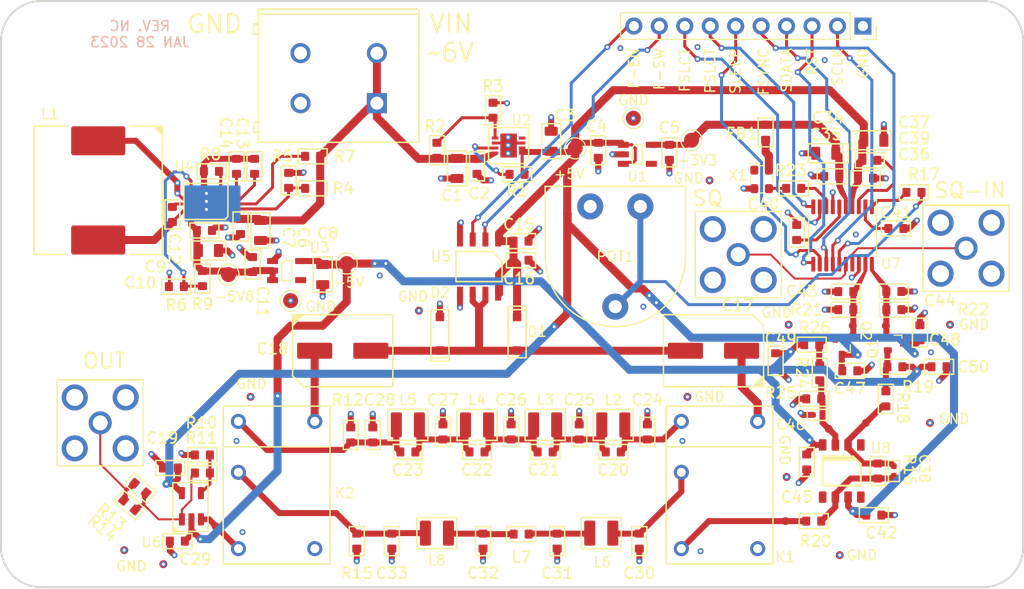
<source format=kicad_pcb>
(kicad_pcb (version 20211014) (generator pcbnew)
  (layers (0 "F.Cu" signal) (1 "In1.Cu" power) (2 "In2.Cu" signal) (31 "B.Cu" signal) (34 "B.Paste" user) (35 "F.Paste" user) (36 "B.SilkS" user "B.Silkscreen") (37 "F.SilkS" user "F.Silkscreen") (38 "B.Mask" user) (39 "F.Mask" user) (44 "Edge.Cuts" user))
  (property "SHEETTOTAL" "3")
  (net 0 "")
  (net 1 "/VIN")
  (net 2 "GND")
  (net 3 "+5V")
  (net 4 "+3V3")
  (net 5 "-5V")
  (net 6 "-5V8")
  (net 7 "/LX")
  (net 8 "/BST")
  (net 9 "/SS")
  (net 10 "/VCC")
  (net 11 "Net-(C17-Pad1)")
  (net 12 "/Output_Stage/FILTER-SW-IN")
  (net 13 "/Output_Stage/FILTER-SW-OUT")
  (net 14 "/Output_Stage/ELLIP-IN")
  (net 15 "Net-(C20-Pad2)")
  (net 16 "Net-(C21-Pad2)")
  (net 17 "Net-(C22-Pad2)")
  (net 18 "/Output_Stage/ELLIP-OUT")
  (net 19 "/Output_Stage/LIN-PHASE-IN")
  (net 20 "Net-(C31-Pad1)")
  (net 21 "Net-(C32-Pad1)")
  (net 22 "/Output_Stage/LIN-PHASE-OUT")
  (net 23 "Net-(C38-Pad1)")
  (net 24 "Net-(C38-Pad2)")
  (net 25 "/DDS/COMP")
  (net 26 "/DDS/CAP2V5")
  (net 27 "/DDS/REFOUT")
  (net 28 "/DDS/IOUT")
  (net 29 "/DDS/IOUTB")
  (net 30 "Net-(C46-Pad2)")
  (net 31 "VDD-MCLK")
  (net 32 "/DDS/SIGNBITOUT")
  (net 33 "/DDS/DDS-VIN")
  (net 34 "/DDS/SCLK")
  (net 35 "/DDS/RESET")
  (net 36 "/DDS/SDATA")
  (net 37 "/DDS/FSYNC")
  (net 38 "/DDS/SLEEP")
  (net 39 "/DDS/PSELECT")
  (net 40 "/DDS/FSELECT")
  (net 41 "/Output_Stage/FILT-EN")
  (net 42 "/Output_Stage/FILT-SWITCH")
  (net 43 "/Output_Stage/OUT")
  (net 44 "/DDS/FILT-IN")
  (net 45 "/Output_Stage/FILT-OUT")
  (net 46 "Net-(POT1-Pad1)")
  (net 47 "Net-(Q1-Pad2)")
  (net 48 "Net-(Q2-Pad2)")
  (net 49 "/PG")
  (net 50 "/5V-EN")
  (net 51 "/-5V8-EN")
  (net 52 "/FB")
  (net 53 "/RESET")
  (net 54 "/RT{slash}SYNC")
  (net 55 "Net-(R10-Pad2)")
  (net 56 "Net-(R11-Pad2)")
  (net 57 "/DDS/FS-ADJUST")
  (net 58 "/DDS/MCLK")
  (net 59 "Net-(R23-Pad2)")
  (footprint "SMD_Passives_Reflow:SMD_0603" (layer "F.Cu") (at 124.4 108.5 -90)
    (fp_text reference "C26")
    (fp_text value "CAP_0603" hide)
  )
  (footprint "SMD_Passives_Reflow:SMD_0603" (layer "F.Cu") (at 117 80.4 -90)
    (fp_text reference "R2")
    (fp_text value "RES_0603" hide)
  )
  (footprint "SMD_Passives_Reflow:SMD_0603" (layer "F.Cu") (at 97.4 88 90)
    (fp_text reference "C7")
    (fp_text value "CAP_0603" hide)
  )
  (footprint "SMD_Passives_Reflow:SMD_0603" (layer "F.Cu") (at 162.7 102 180)
    (fp_text reference "R19")
    (fp_text value "RES_0603" hide)
  )
  (footprint "DDS_FunctionGenerator_Library:DS1E-SL-DC5V" (layer "F.Cu") (at 104.81 107.45 -90)
    (fp_text reference "K2")
    (fp_text value "DS1E-SL-DC5V" hide)
  )
  (footprint "TestPoint:TestPoint_Pad_D0.8mm" (layer "F.Cu") (at 161.8 97.9)
    (fp_text reference "TP17" hide)
    (fp_text value "TestPoint_2.0mm_PAD" hide)
  )
  (footprint "TestPoint:TestPoint_Pad_D1.5mm" (layer "F.Cu") (at 142.4 79.4)
    (fp_text reference "TP2" hide)
    (fp_text value "TestPoint_2.0mm_PAD" hide)
  )
  (footprint "TestPoint:TestPoint_Pad_D0.8mm" (layer "F.Cu") (at 148.4 105)
    (fp_text reference "TP7" hide)
    (fp_text value "TestPoint_2.0mm_PAD" hide)
  )
  (footprint "SMD_Passives_Reflow:SMD_0603" (layer "F.Cu") (at 121.6 119.4 90)
    (fp_text reference "C32")
    (fp_text value "CAP_0603" hide)
  )
  (footprint "SMD_Passives_Reflow:SMD_0603" (layer "F.Cu") (at 140.2 80.6 90)
    (fp_text reference "C5")
    (fp_text value "CAP_0603" hide)
  )
  (footprint "DDS_FunctionGenerator_Library:SOD-123" (layer "F.Cu") (at 125 98.7 -90)
    (fp_text reference "D1")
    (fp_text value "1N4148W-E3-18" hide)
  )
  (footprint "Oscillator:Oscillator_SMD_ECS_2520MV-xxx-xx-4Pin_2.5x2.0mm" (layer "F.Cu") (at 149.4 83.3)
    (fp_text reference "X1")
    (fp_text value "ECS-TXO-2520MV-500-AY-TR" hide)
  )
  (footprint "DDS_FunctionGenerator_Library:S8_Package_LT1818" (layer "F.Cu") (at 159.3 109.8 -90)
    (fp_text reference "U8")
    (fp_text value "LT1818IS8" hide)
  )
  (footprint "TestPoint:TestPoint_Pad_D0.8mm" (layer "F.Cu") (at 144.2 83.4)
    (fp_text reference "TP28" hide)
    (fp_text value "TestPoint_2.0mm_PAD" hide)
  )
  (footprint "SMD_Passives_Reflow:SMD_0603" (layer "F.Cu") (at 127.8 110.5)
    (fp_text reference "C21")
    (fp_text value "CAP_0603" hide)
  )
  (footprint "SMD_Passives_Reflow:SMD_0603" (layer "F.Cu") (at 164.6 84.6)
    (fp_text reference "R17")
    (fp_text value "RES_0603" hide)
  )
  (footprint "Connectors_Coax:SMA_CONN_TH" (layer "F.Cu") (at 169.8 90.17 -90)
    (fp_text reference "J3" hide)
    (fp_text value "SMA_CONN_TH" hide)
  )
  (footprint "Mounting_Holes:0.152_IN_DIA-6-32" (layer "F.Cu") (at 171.5 69.5)
    (fp_text reference "H2" hide)
    (fp_text value "0.152_IN_DIA" hide)
  )
  (footprint "TestPoint:TestPoint_Pad_D1.5mm" (layer "F.Cu") (at 130.8 80.2)
    (fp_text reference "TP1" hide)
    (fp_text value "TestPoint_2.0mm_PAD" hide)
  )
  (footprint "DDS_FunctionGenerator_Library:TDFN-EP_12Pin" (layer "F.Cu") (at 93.945 85.5 180)
    (fp_text reference "U4")
    (fp_text value "MAX17580ATC+" hide)
  )
  (footprint "SMD_Passives_Reflow:SMD_1008" (layer "F.Cu") (at 117 118.6 180)
    (fp_text reference "L8")
    (fp_text value "IND_1008" hide)
  )
  (footprint "SMD_Passives_Reflow:SMD_0603" (layer "F.Cu") (at 129 119.4 90)
    (fp_text reference "C31")
    (fp_text value "CAP_0603" hide)
  )
  (footprint "SMD_Passives_Reflow:SMD_0603" (layer "F.Cu") (at 137.2 119.4 90)
    (fp_text reference "C30")
    (fp_text value "CAP_0603" hide)
  )
  (footprint "SMD_Passives_Reflow:SMD_0603" (layer "F.Cu") (at 122.6 76.4 -90)
    (fp_text reference "R3")
    (fp_text value "RES_0603" hide)
  )
  (footprint "SMD_Passives_Reflow:SMD_0603" (layer "F.Cu") (at 162.8 88.2 180)
    (fp_text reference "C41")
    (fp_text value "CAP_0603" hide)
  )
  (footprint "DDS_FunctionGenerator_Library:TSOT-23_S5-Package" (layer "F.Cu") (at 91.55 117.225 90)
    (fp_text reference "U6")
    (fp_text value "LT1815IS5" hide)
  )
  (footprint "Connectors_Coax:SMA_CONN_TH" (layer "F.Cu") (at 83.4 107.6)
    (fp_text reference "J5" hide)
    (fp_text value "SMA_CONN_TH" hide)
  )
  (footprint "SMD_Passives_Reflow:SMD_0603" (layer "F.Cu") (at 87.4 114.1 -40)
    (fp_text reference "R13")
    (fp_text value "RES_0603" hide)
  )
  (footprint "SMD_Passives_Reflow:SMD_0402" (layer "F.Cu") (at 162.6 112.4 -90)
    (fp_text reference "C38")
    (fp_text value "CAP_0402" hide)
  )
  (footprint "SMD_Passives_Reflow:SMD_0603" (layer "F.Cu") (at 86.3 115.8 -40)
    (fp_text reference "R14")
    (fp_text value "RES_0603" hide)
  )
  (footprint "SMD_Passives_Reflow:SMD_0603" (layer "F.Cu") (at 162.6 94.488 180)
    (fp_text reference "C44")
    (fp_text value "CAP_0603" hide)
  )
  (footprint "SMD_Passives_Reflow:SMD_0603" (layer "F.Cu") (at 98.6 91.8 -90)
    (fp_text reference "C11")
    (fp_text value "CAP_0603" hide)
  )
  (footprint "SMD_Passives_Reflow:SMD_0603" (layer "F.Cu") (at 90.4 112.1)
    (fp_text reference "C19")
    (fp_text value "CAP_0603" hide)
  )
  (footprint "SMD_Passives_Reflow:SMD_0603" (layer "F.Cu") (at 108.4 108.8 -90)
    (fp_text reference "R12")
    (fp_text value "RES_0603" hide)
  )
  (footprint "SMD_Passives_Reflow:SMD_1008" (layer "F.Cu") (at 114.1 107.8 180)
    (fp_text reference "L5")
    (fp_text value "IND_1008" hide)
  )
  (footprint "DDS_FunctionGenerator_Library:865080345010" (layer "F.Cu") (at 144.6 100.4)
    (fp_text reference "C17")
    (fp_text value "865080345010" hide)
  )
  (footprint "Mounting_Holes:0.152_IN_DIA-6-32" (layer "F.Cu") (at 77.5 69.5)
    (fp_text reference "H4" hide)
    (fp_text value "0.152_IN_DIA" hide)
  )
  (footprint "SMD_Passives_Reflow:SMD_0603" (layer "F.Cu") (at 159.766 83.185)
    (fp_text reference "C36")
    (fp_text value "CAP_0603" hide)
  )
  (footprint "TestPoint:TestPoint_Pad_D0.8mm" (layer "F.Cu") (at 142 105)
    (fp_text reference "TP13" hide)
    (fp_text value "TestPoint_2.0mm_PAD" hide)
  )
  (footprint "SMD_Passives_Reflow:SMD_0603" (layer "F.Cu") (at 153.9 111.5 -90)
    (fp_text reference "C45")
    (fp_text value "CAP_0603" hide)
  )
  (footprint "SMD_Passives_Reflow:SMD_0603" (layer "F.Cu") (at 157.8 96.3)
    (fp_text reference "R21")
    (fp_text value "RES_0603" hide)
  )
  (footprint "TestPoint:TestPoint_Pad_D0.8mm" (layer "F.Cu") (at 168.2 97.8)
    (fp_text reference "TP27" hide)
    (fp_text value "TestPoint_2.0mm_PAD" hide)
  )
  (footprint "TestPoint:TestPoint_Pad_D1.5mm" (layer "F.Cu") (at 136.6 77.2)
    (fp_text reference "TP6" hide)
    (fp_text value "TestPoint_2.0mm_PAD" hide)
  )
  (footprint "SMD_Passives_Reflow:SMD_0805" (layer "F.Cu") (at 105.6 92.8 -90)
    (fp_text reference "C8")
    (fp_text value "CAP_0805" hide)
  )
  (footprint "SMD_Passives_Reflow:SMD_0603" (layer "F.Cu") (at 156.4 83 180)
    (fp_text reference "C35")
    (fp_text value "CAP_0603" hide)
  )
  (footprint "SMD_Passives_Reflow:SMD_0603" (layer "F.Cu") (at 149.8 78.6 90)
    (fp_text reference "FB1")
    (fp_text value "BEAD_0603" hide)
  )
  (footprint "SMD_Passives_Reflow:SMD_0603" (layer "F.Cu") (at 91 94 180)
    (fp_text reference "R6")
    (fp_text value "RES_0603" hide)
  )
  (footprint "TestPoint:TestPoint_Pad_D0.8mm" (layer "F.Cu") (at 104.8 105)
    (fp_text reference "TP9" hide)
    (fp_text value "TestPoint_2.0mm_PAD" hide)
  )
  (footprint "TestPoint:TestPoint_Pad_D0.8mm" (layer "F.Cu") (at 166.2 107.6)
    (fp_text reference "TP25" hide)
    (fp_text value "TestPoint_2.0mm_PAD" hide)
  )
  (footprint "SMD_Passives_Reflow:SMD_0603" (layer "F.Cu") (at 125.4 118.7)
    (fp_text reference "L7")
    (fp_text value "IND_0603" hide)
  )
  (footprint "SMD_Passives_Reflow:SMD_0603" (layer "F.Cu") (at 102.2 83.4 90)
    (fp_text reference "R5")
    (fp_text value "RES_0603" hide)
  )
  (footprint "DDS_FunctionGenerator_Library:7447715330" (layer "F.Cu") (at 83.2 84.4 180)
    (fp_text reference "L1")
    (fp_text value "7447715330" hide)
  )
  (footprint "SMD_Passives_Reflow:SMD_0603" (layer "F.Cu") (at 155.2 102.6 -90)
    (fp_text reference "R24")
    (fp_text value "RES_0603" hide)
  )
  (footprint "DDS_FunctionGenerator_Library:SOT323_BFR182W" (layer "F.Cu") (at 158.05 99.2 90)
    (fp_text reference "Q2")
    (fp_text value "BFR182W" hide)
  )
  (footprint "SMD_Passives_Reflow:SMD_0603" (layer "F.Cu") (at 104.6 81)
    (fp_text reference "R7")
    (fp_text value "RES_0603" hide)
  )
  (footprint "SMD_Passives_Reflow:SMD_0603" (layer "F.Cu") (at 167.1 102)
    (fp_text reference "C50")
    (fp_text value "CAP_0603" hide)
  )
  (footprint "SMD_Passives_Reflow:SMD_0603" (layer "F.Cu") (at 133.1 80.4 90)
    (fp_text reference "C4")
    (fp_text value "CAP_0603" hide)
  )
  (footprint "TestPoint:TestPoint_Pad_D0.8mm" (layer "F.Cu") (at 157.2 120.8)
    (fp_text reference "TP24" hide)
    (fp_text value "TestPoint_2.0mm_PAD" hide)
  )
  (footprint "Package_SO:TSSOP-20_4.4x6.5mm_P0.65mm" (layer "F.Cu") (at 157.48 88.9 -90)
    (fp_text reference "U7")
    (fp_text value "AD9834" hide)
  )
  (footprint "TestPoint:TestPoint_Pad_D1.5mm" (layer "F.Cu") (at 96.2 92.8)
    (fp_text reference "TP4" hide)
    (fp_text value "TestPoint_2.0mm_PAD" hide)
  )
  (footprint "TestPoint:TestPoint_Pad_D0.8mm" (layer "F.Cu") (at 98.4 105)
    (fp_text reference "TP14" hide)
    (fp_text value "TestPoint_2.0mm_PAD" hide)
  )
  (footprint "DDS_FunctionGenerator_Library:SOD-123" (layer "F.Cu") (at 117.3 98.7 90)
    (fp_text reference "D2")
    (fp_text value "1N4148W-E3-18" hide)
  )
  (footprint "SMD_Passives_Reflow:SMD_0603" (layer "F.Cu") (at 134.6 110.5)
    (fp_text reference "C20")
    (fp_text value "CAP_0603" hide)
  )
  (footprint "SMD_Passives_Reflow:SMD_0603" (layer "F.Cu") (at 109 119.4 90)
    (fp_text reference "R15")
    (fp_text value "RES_0603" hide)
  )
  (footprint "SMD_Passives_Reflow:SMD_0603" (layer "F.Cu") (at 93.6 110.8 180)
    (fp_text reference "R10")
    (fp_text value "RES_0603" hide)
  )
  (footprint "DDS_FunctionGenerator_Library:PTN10-E200HB20" (layer "F.Cu") (at 134.8 91 180)
    (fp_text reference "POT1")
    (fp_text value "PTN10-E200HB20" hide)
  )
  (footprint "SMD_Passives_Reflow:SMD_1008" (layer "F.Cu") (at 127.8 107.8 180)
    (fp_text reference "L3")
    (fp_text value "IND_1008" hide)
  )
  (footprint "SMD_Passives_Reflow:SMD_0603" (layer "F.Cu") (at 125.391 91.365)
    (fp_text reference "C16")
    (fp_text value "CAP_0603" hide)
  )
  (footprint "DDS_FunctionGenerator_Library:691411410002" (layer "F.Cu") (at 107.2 73.2 180)
    (fp_text reference "J1" hide)
    (fp_text value "691411410002" hide)
  )
  (footprint "SMD_Passives_Reflow:SMD_0603" (layer "F.Cu") (at 91.1 119.4)
    (fp_text reference "C29")
    (fp_text value "CAP_0603" hide)
  )
  (footprint "SMD_Passives_Reflow:SMD_0603" (layer "F.Cu") (at 93.8 88.399 180)
    (fp_text reference "C9")
    (fp_text value "CAP_0603" hide)
  )
  (footprint "TestPoint:TestPoint_Pad_D0.8mm" (layer "F.Cu") (at 150 80.8)
    (fp_text reference "TP21" hide)
    (fp_text value "TestPoint_2.0mm_PAD" hide)
  )
  (footprint "TestPoint:TestPoint_Pad_D0.8mm" (layer "F.Cu") (at 158.5 97.9)
    (fp_text reference "TP22" hide)
    (fp_text value "TestPoint_2.0mm_PAD" hide)
  )
  (footprint "SMD_Passives_Reflow:SMD_0603" (layer "F.Cu") (at 131.2 108.5 -90)
    (fp_text reference "C25")
    (fp_text value "CAP_0603" hide)
  )
  (footprint "SMD_Passives_Reflow:SMD_0603" (layer "F.Cu") (at 94.5 82.5)
    (fp_text reference "R8")
    (fp_text value "RES_0603" hide)
  )
  (footprint "DDS_FunctionGenerator_Library:SOT323_BFR182W" (layer "F.Cu") (at 162 99.05 180)
    (fp_text reference "Q1")
    (fp_text value "BFR182W" hide)
  )
  (footprint "SMD_Passives_Reflow:SMD_0402" (layer "F.Cu") (at 155 106.8)
    (fp_text reference "C46")
    (fp_text value "CAP_0402" hide)
  )
  (footprint "SMD_Passives_Reflow:SMD_0603" (layer "F.Cu") (at 154.6 105.2)
    (fp_text reference "R25")
    (fp_text value "RES_0603" hide)
  )
  (footprint "SMD_Passives_Reflow:SMD_0603" (layer "F.Cu") (at 138 108.5 -90)
    (fp_text reference "C24")
    (fp_text value "CAP_0603" hide)
  )
  (footprint "SMD_Passives_Reflow:SMD_0603" (layer "F.Cu") (at 110.6 108.8 -90)
    (fp_text reference "C28")
    (fp_text value "CAP_0603" hide)
  )
  (footprint "SMD_Passives_Reflow:SMD_0805" (layer "F.Cu") (at 119 82.21 -90)
    (fp_text reference "C1")
    (fp_text value "CAP_0805" hide)
  )
  (footprint "TestPoint:TestPoint_Pad_D0.8mm" (layer "F.Cu") (at 94.9 117.9)
    (fp_text reference "TP11" hide)
    (fp_text value "TestPoint_2.0mm_PAD" hide)
  )
  (footprint "SMD_Passives_Reflow:SMD_0603" (layer "F.Cu") (at 160.6 116.8)
    (fp_text reference "C42")
    (fp_text value "CAP_0603" hide)
  )
  (footprint "SMD_Passives_Reflow:SMD_0805" (layer "F.Cu") (at 94.2 90.4)
    (fp_text reference "C10")
    (fp_text value "CAP_0805" hide)
  )
  (footprint "TestPoint:TestPoint_Pad_D0.8mm" (layer "F.Cu") (at 159.8 107.6)
    (fp_text reference "TP18" hide)
    (fp_text value "TestPoint_2.0mm_PAD" hide)
  )
  (footprint "SMD_Passives_Reflow:SMD_0603" (layer "F.Cu") (at 165.2 98.6 -90)
    (fp_text reference "C48")
    (fp_text value "CAP_0603" hide)
  )
  (footprint "TestPoint:TestPoint_Pad_D0.8mm" (layer "F.Cu") (at 156.1 108.2)
    (fp_text reference "TP23" hide)
    (fp_text value "TestPoint_2.0mm_PAD" hide)
  )
  (footprint "SMD_Passives_Reflow:SMD_0603" (layer "F.Cu") (at 157.8 94.5)
    (fp_text reference "C43")
    (fp_text value "CAP_0603" hide)
  )
  (footprint "SMD_Passives_Reflow:SMD_0603" (layer "F.Cu") (at 125.391 89.46 180)
    (fp_text reference "C15")
    (fp_text value "CAP_0603" hide)
  )
  (footprint "SMD_Passives_Reflow:SMD_POL_0805" (layer "F.Cu") (at 155.8 80.7 180)
    (fp_text reference "C34")
    (fp_text value "CAP_POL_0805" hide)
  )
  (footprint "DDS_FunctionGenerator_Library:TSOT_5Pin" (layer "F.Cu") (at 137 80.8)
    (fp_text reference "U1")
    (fp_text value "ADP151AUJZ" hide)
  )
  (footprint "SMD_Passives_Reflow:SMD_0603" (layer "F.Cu") (at 162.6 96.3 180)
    (fp_text reference "R22")
    (fp_text value "RES_0603" hide)
  )
  (footprint "SMD_Passives_Reflow:SMD_0603" (layer "F.Cu") (at 154.6 117.4 180)
    (fp_text reference "R20")
    (fp_text value "RES_0603" hide)
  )
  (footprint "SMD_Passives_Reflow:SMD_0603" (layer "F.Cu") (at 90.6 86.8 -90)
    (fp_text reference "C12")
    (fp_text value "CAP_0603" hide)
  )
  (footprint "TestPoint:TestPoint_Pad_D0.8mm" (layer "F.Cu") (at 121.2 98.6)
    (fp_text reference "TP8" hide)
    (fp_text value "TestPoint_2.0mm_PAD" hide)
  )
  (footprint "TestPoint:TestPoint_Pad_D1.5mm" (layer "F.Cu") (at 102.4 95.4)
    (fp_text reference "TP3" hide)
    (fp_text value "TestPoint_2.0mm_PAD" hide)
  )
  (footprint "Connectors_Coax:SMA_CONN_TH" (layer "F.Cu") (at 147.066 90.805)
    (fp_text reference "J2" hide)
    (fp_text value "SMA_CONN_TH" hide)
  )
  (footprint "SMD_Passives_Reflow:SMD_0805" (layer "F.Cu") (at 128.4 79.5 90)
    (fp_text reference "C3")
    (fp_text value "CAP_0805" hide)
  )
  (footprint "TestPoint:TestPoint_Pad_D0.8mm" (layer "F.Cu") (at 115.2 96.4)
    (fp_text reference "TP16" hide)
    (fp_text value "TestPoint_2.0mm_PAD" hide)
  )
  (footprint "DDS_FunctionGenerator_Library:865080345010" (layer "F.Cu") (at 107.6 100.4 180)
    (fp_text reference "C18")
    (fp_text value "865080345010" hide)
  )
  (footprint "SMD_Passives_Reflow:SMD_0603" (layer "F.Cu") (at 98.8 82 -90)
    (fp_text reference "C13")
    (fp_text value "CAP_0603" hide)
  )
  (footprint "SMD_Passives_Reflow:SMD_0603" (layer "F.Cu") (at 150.8 101.4 -90)
    (fp_text reference "C49")
    (fp_text value "CAP_0603" hide)
  )
  (footprint "TestPoint:TestPoint_Pad_D1.5mm" (layer "F.Cu") (at 108 91.7)
    (fp_text reference "TP5" hide)
    (fp_text value "TestPoint_2.0mm_PAD" hide)
  )
  (footprint "TestPoint:TestPoint_Pad_D0.8mm" (layer "F.Cu") (at 151.9 113)
    (fp_text reference "TP29" hide)
    (fp_text value "TestPoint_2.0mm_PAD" hide)
  )
  (footprint "SMD_Passives_Reflow:SMD_0603" (layer "F.Cu") (at 114.1 110.5)
    (fp_text reference "C23")
    (fp_text value "CAP_0603" hide)
  )
  (footprint "SMD_Passives_Reflow:SMD_0603" (layer "F.Cu") (at 93.6 112.6)
    (fp_text reference "R11")
    (fp_text value "RES_0603" hide)
  )
  (footprint "SMD_Passives_Reflow:SMD_0603" (layer "F.Cu") (at 154.4 99.8)
    (fp_text reference "R26")
    (fp_text value "RES_0603" hide)
  )
  (footprint "SMD_Passives_Reflow:SMD_0603" (layer "F.Cu") (at 117.6 108.5 -90)
    (fp_text reference "C27")
    (fp_text value "CAP_0603" hide)
  )
  (footprint "SMD_Passives_Reflow:SMD_0603" (layer "F.Cu") (at 158.2 102.4 180)
    (fp_text reference "C47")
    (fp_text value "CAP_0603" hide)
  )
  (footprint "SMD_Passives_Reflow:SMD_0603" (layer "F.Cu") (at 160.2 81.4)
    (fp_text reference "C39")
    (fp_text value "CAP_0603" hide)
  )
  (footprint "SMD_Passives_Reflow:SMD_0603" (layer "F.Cu") (at 125 82.8)
    (fp_text reference "R1")
    (fp_text value "RES_0603" hide)
  )
  (footprint "SMD_Passives_Reflow:SMD_0805" (layer "F.Cu") (at 99.4 88.4 -90)
    (fp_text reference "C6")
    (fp_text value "CAP_0805" hide)
  )
  (footprint "SMD_Passives_Reflow:SMD_POL_0805" (layer "F.Cu") (at 160.6 79.4)
    (fp_text reference "C37")
    (fp_text value "CAP_POL_0805" hide)
  )
  (footprint "SMD_Passives_Reflow:SMD_1008" (layer "F.Cu") (at 134.6 107.8 180)
    (fp_text reference "L2")
    (fp_text value "IND_1008" hide)
  )
  (footprint "SMD_Passives_Reflow:SMD_1008" (layer "F.Cu") (at 133.4 118.6 180)
    (fp_text reference "L6")
    (fp_text value "IND_1008" hide)
  )
  (footprint "SMD_Passives_Reflow:SMD_1008" (layer "F.Cu") (at 121 107.8 180)
    (fp_text reference "L4")
    (fp_text value "IND_1008" hide)
  )
  (footprint "Mounting_Holes:0.152_IN_DIA-6-32" (layer "F.Cu") (at 171.5 120)
    (fp_text reference "H1" hide)
    (fp_text value "0.152_IN_DIA" hide)
  )
  (footprint "SMD_Passives_Reflow:SMD_0603" (layer "F.Cu") (at 161 112.4 -90)
    (fp_text reference "R16")
    (fp_text value "RES_0603" hide)
  )
  (footprint "TestPoint:TestPoint_Pad_D0.8mm" (layer "F.Cu") (at 85.8 120.3)
    (fp_text reference "TP15" hide)
    (fp_text value "TestPoint_2.0mm_PAD" hide)
  )
  (footprint "TestPoint:TestPoint_Pad_D0.8mm" (layer "F.Cu") (at 151.8 117.4)
    (fp_text reference "TP20" hide)
    (fp_text value "TestPoint_2.0mm_PAD" hide)
  )
  (footprint "TestPoint:TestPoint_Pad_D0.8mm" (layer "F.Cu") (at 89.7 121.7)
    (fp_text reference "TP12" hide)
    (fp_text value "TestPoint_2.0mm_PAD" hide)
  )
  (footprint "SMD_Passives_Reflow:SMD_0603" (layer "F.Cu") (at 152.6 84.2)
    (fp_text reference "R23")
    (fp_text value "RES_0603" hide)
  )
  (footprint "SMD_Passives_Reflow:SMD_0603" (layer "F.Cu") (at 121 110.5)
    (fp_text reference "C22")
    (fp_text value "CAP_0603" hide)
  )
  (footprint "DDS_FunctionGenerator_Library:SOIC_8Pin" (layer "F.Cu") (at 121.2 92 -90)
    (fp_text reference "U5")
    (fp_text value "MCP14A0602-E/SN" hide)
  )
  (footprint "SMD_Passives_Reflow:SMD_0603" (layer "F.Cu") (at 121 82 90)
    (fp_text reference "C2")
    (fp_text value "CAP_0603" hide)
  )
  (footprint "SMD_Passives_Reflow:SMD_0603" (layer "F.Cu") (at 112.5 119.4 90)
    (fp_text reference "C33")
    (fp_text value "CAP_0603" hide)
  )
  (footprint "SMD_Passives_Reflow:SMD_0603" (layer "F.Cu") (at 152.9 88.6 90)
    (fp_text reference "C40")
    (fp_text value "CAP_0603" hide)
  )
  (footprint "DDS_FunctionGenerator_Library:DS1E-SL-DC5V" (layer "F.Cu") (at 149.01 107.45 -90)
    (fp_text reference "K1")
    (fp_text value "DS1E-SL-DC5V" hide)
  )
  (footprint "Mounting_Holes:0.152_IN_DIA-6-32" (layer "F.Cu") (at 77.5 120)
    (fp_text reference "H3" hide)
    (fp_text value "0.152_IN_DIA" hide)
  )
  (footprint "SMD_Passives_Reflow:SMD_0603" (layer "F.Cu") (at 104.6 84.2 180)
    (fp_text reference "R4")
    (fp_text value "RES_0603" hide)
  )
  (footprint "DDS_FunctionGenerator_Library:TSOT_5Pin" (layer "F.Cu") (at 102 92.4)
    (fp_text reference "U3")
    (fp_text value "ADP7182AUJZ" hide)
  )
  (footprint "DDS_FunctionGenerator_Library:LFCSP_WD_8Pin" (layer "F.Cu") (at 124.154 79.924 180)
    (fp_text reference "U2")
    (fp_text value "ADP7102" hide)
  )
  (footprint "TestPoint:TestPoint_Pad_D0.8mm" (layer "F.Cu") (at 152.1 97.8)
    (fp_text reference "TP26" hide)
    (fp_text value "TestPoint_2.0mm_PAD" hide)
  )
  (footprint "SMD_Passives_Reflow:SMD_0603" (layer "F.Cu") (at 97 82 -90)
    (fp_text reference "C14")
    (fp_text value "CAP_0603" hide)
  )
  (footprint "SMD_Passives_Reflow:SMD_0603" (layer "F.Cu") (at 93.6 93.2 -90)
    (fp_text reference "R9")
    (fp_text value "RES_0603" hide)
  )
  (footprint "Connector_PinSocket_2.54mm:PinSocket_1x10_P2.54mm_Vertical" (layer "F.Cu") (at 159.512 68 -90)
    (fp_text reference "J4" hide)
    (fp_text value "HEADER_01X10" hide)
  )
  (footprint "SMD_Passives_Reflow:SMD_0603" (layer "F.Cu") (at 161.8 105.2 -90)
    (fp_text reference "R18")
    (fp_text value "RES_0603" hide)
  )
  (gr_line (start 175.5 120) (end 175.5 69.5) (layer "Edge.Cuts") (width 0.2))
  (gr_arc (start 171.5 65.5) (mid 174.328427 66.671573) (end 175.5 69.5) (layer "Edge.Cuts") (width 0.2))
  (gr_arc (start 77.5 124) (mid 74.671573 122.828427) (end 73.5 120) (layer "Edge.Cuts") (width 0.2))
  (gr_arc (start 73.5 69.5) (mid 74.671573 66.671573) (end 77.5 65.5) (layer "Edge.Cuts") (width 0.2))
  (gr_line (start 77.5 124) (end 171.5 124) (layer "Edge.Cuts") (width 0.2))
  (gr_line (start 77.5 65.5) (end 171.5 65.5) (layer "Edge.Cuts") (width 0.2))
  (gr_line (start 73.5 120) (end 73.5 69.5) (layer "Edge.Cuts") (width 0.2))
  (gr_arc (start 175.5 120) (mid 174.328427 122.828427) (end 171.5 124) (layer "Edge.Cuts") (width 0.2))
  (gr_text "REV. NC\nJAN 28 2023\n" (at 87.35 68.8) (layer "B.SilkS") (effects (font (size 1 1)) (justify mirror)))
  (gr_text "GND" (at 98.5 103.7) (layer "F.SilkS") (effects (font (size 1 1))))
  (gr_text "GND" (at 105.4 96) (layer "F.SilkS") (effects (font (size 1 1))))
  (gr_text "OUT\n" (at 83.8 101.4) (layer "F.SilkS") (effects (font (size 1.5 1.5) (thickness 0.2))))
  (gr_text "GND" (at 170.6 97.8) (layer "F.SilkS") (effects (font (size 1 1))))
  (gr_text "F-EN" (at 136.652 70.104 -270) (layer "F.SilkS") (effects (font (size 1 1)) (justify right)))
  (gr_text "GND" (at 86.5 121.9) (layer "F.SilkS") (effects (font (size 1 1))))
  (gr_text "SQ-IN" (at 170.2 84.4) (layer "F.SilkS") (effects (font (size 1.5 1.5) (thickness 0.2))))
  (gr_text "GND" (at 114.6 95) (layer "F.SilkS") (effects (font (size 1 1))))
  (gr_text "-5V8" (at 96.8 95) (layer "F.SilkS") (effects (font (size 1 1))))
  (gr_text "F-SW" (at 139.192 70.104 -270) (layer "F.SilkS") (effects (font (size 1 1)) (justify right)))
  (gr_text "PSLCT" (at 144.272 70.104 -270) (layer "F.SilkS") (effects (font (size 1 1)) (justify right)))
  (gr_text "GND" (at 150.9 96.6) (layer "F.SilkS") (effects (font (size 1 1))))
  (gr_text "GND" (at 159.512 70.104 -270) (layer "F.SilkS") (effects (font (size 1 1)) (justify right)))
  (gr_text "FSLCT" (at 141.732 70.104 -270) (layer "F.SilkS") (effects (font (size 1 1)) (justify right)))
  (gr_text "GND" (at 136.6 75.4) (layer "F.SilkS") (effects (font (size 1 1))))
  (gr_text "VIN\n~6V" (at 118.4 69.2) (layer "F.SilkS") (effects (font (size 1.8 1.8) (thickness 0.22))))
  (gr_text "GND" (at 151.7 110.3 270) (layer "F.SilkS") (effects (font (size 1 1))))
  (gr_text "SCLK" (at 156.972 70.104 -270) (layer "F.SilkS") (effects (font (size 1 1)) (justify right)))
  (gr_text "GND" (at 94.8 67.8) (layer "F.SilkS") (effects (font (size 1.8 1.8) (thickness 0.22))))
  (gr_text "+3V3" (at 143 81.4) (layer "F.SilkS") (effects (font (size 1 1))))
  (gr_text "GND" (at 144.2 105) (layer "F.SilkS") (effects (font (size 1 1))))
  (gr_text "FSYNC" (at 149.606 70.104 -270) (layer "F.SilkS") (effects (font (size 1 1)) (justify right)))
  (gr_text "SDATA" (at 151.892 70.104 -270) (layer "F.SilkS") (effects (font (size 1 1)) (justify right)))
  (gr_text "SQ" (at 144 85.2) (layer "F.SilkS") (effects (font (size 1.5 1.5) (thickness 0.2))))
  (gr_text "GND" (at 159.4 120.8) (layer "F.SilkS") (effects (font (size 1 1))))
  (gr_text "GND" (at 142.1 83.2) (layer "F.SilkS") (effects (font (size 1 1))))
  (gr_text "SLEEP" (at 146.782 70.104 -270) (layer "F.SilkS") (effects (font (size 1 1)) (justify right)))
  (gr_text "GND" (at 168.6 107.2) (layer "F.SilkS") (effects (font (size 1 1))))
  (gr_text "RST" (at 154.432 70.104 -270) (layer "F.SilkS") (effects (font (size 1 1)) (justify right)))
  (gr_text "-5V" (at 108.2 93.6) (layer "F.SilkS") (effects (font (size 1 1))))
  (gr_text "+5V" (at 130.199 82.768) (layer "F.SilkS") (effects (font (size 1 1))))
  (segment (start 111.01 70.7) (end 111.01 75.7) (width 0.8) (layer "F.Cu") (net 1))
  (segment (start 105.35 84.2) (end 105.35 85.65) (width 0.8) (layer "F.Cu") (net 1))
  (segment (start 105.35 85.65) (end 103.6 87.4) (width 0.8) (layer "F.Cu") (net 1))
  (segment (start 105.35 81) (end 105.35 84.2) (width 0.8) (layer "F.Cu") (net 1))
  (segment (start 103.6 87.4) (end 99.4 87.4) (width 0.8) (layer "F.Cu") (net 1))
  (segment (start 105.35 81) (end 110.65 75.7) (width 0.8) (layer "F.Cu") (net 1))
  (segment (start 99.25 87.25) (end 97.4 87.25) (width 0.8) (layer "F.Cu") (net 1))
  (segment (start 111.01 75.7) (end 111.01 77.11) (width 0.8) (layer "F.Cu") (net 1))
  (segment (start 99.4 87.4) (end 99.25 87.25) (width 0.8) (layer "F.Cu") (net 1))
  (segment (start 110.65 75.7) (end 111.01 75.7) (width 0.8) (layer "F.Cu") (net 1))
  (segment (start 115.15 81.25) (end 121 81.25) (width 0.8) (layer "F.Cu") (net 1))
  (segment (start 111.01 77.11) (end 115.15 81.25) (width 0.8) (layer "F.Cu") (net 1))
  (segment (start 117.4 83.2) (end 117.41 83.21) (width 0.6) (layer "F.Cu") (net 2))
  (segment (start 140.2 81.35) (end 140.2 82.7) (width 0.6) (layer "F.Cu") (net 2))
  (segment (start 96.6 90.9) (end 96.1 90.4) (width 0.6) (layer "F.Cu") (net 2))
  (segment (start 124 75.7) (end 123.95 75.65) (width 0.3) (layer "F.Cu") (net 2))
  (segment (start 131.2 107.75) (end 131.2 106.4) (width 0.6) (layer "F.Cu") (net 2))
  (segment (start 96.1 90.4) (end 95.2 90.4) (width 0.6) (layer "F.Cu") (net 2))
  (segment (start 153.1 105.2) (end 153.85 105.2) (width 0.6) (layer "F.Cu") (net 2))
  (segment (start 157.05 94.5) (end 155.7 94.5) (width 0.6) (layer "F.Cu") (net 2))
  (segment (start 90.3 92.6) (end 90.3 93.95) (width 0.3) (layer "F.Cu") (net 2))
  (segment (start 91.1 84.7) (end 91.65 85.25) (width 0.3) (layer "F.Cu") (net 2))
  (segment (start 121 82.8) (end 121 82.75) (width 0.6) (layer "F.Cu") (net 2))
  (segment (start 160.4 101.8) (end 159.8 102.4) (width 0.6) (layer "F.Cu") (net 2))
  (segment (start 161.785 83.185) (end 160.516 83.185) (width 0.6) (layer "F.Cu") (net 2))
  (segment (start 97.05 89.1) (end 97.4 88.75) (width 0.6) (layer "F.Cu") (net 2))
  (segment (start 154.3 82.8) (end 154.5 83) (width 0.6) (layer "F.Cu") (net 2))
  (segment (start 159.105 92.486396) (end 159.105 91.7625) (width 0.3) (layer "F.Cu") (net 2))
  (segment (start 90.8 120.8) (end 90.35 120.35) (width 0.6) (layer "F.Cu") (net 2))
  (segment (start 122.4 83.4) (end 121.6 83.4) (width 0.6) (layer "F.Cu") (net 2))
  (segment (start 125.504 79.674) (end 124.404 79.674) (width 0.3) (layer "F.Cu") (net 2))
  (segment (start 154.5 83) (end 155.65 83) (width 0.6) (layer "F.Cu") (net 2))
  (segment (start 129 120.15) (end 129 121.4) (width 0.6) (layer "F.Cu") (net 2))
  (segment (start 163.65 88.2) (end 164.1 88.2) (width 0.6) (layer "F.Cu") (net 2))
  (segment (start 88.5 110.7) (end 89.65 111.85) (width 0.6) (layer "F.Cu") (net 2))
  (segment (start 117.3 97.025) (end 117.3 95.7) (width 0.6) (layer "F.Cu") (net 2))
  (segment (start 137.2 120.15) (end 137.2 121.4) (width 0.6) (layer "F.Cu") (net 2))
  (segment (start 150.8 102.15) (end 150.95 102.15) (width 0.6) (layer "F.Cu") (net 2))
  (segment (start 159.8 102.4) (end 159.15 102.4) (width 0.6) (layer "F.Cu") (net 2))
  (segment (start 128.4 78.5) (end 128.4 77.1) (width 0.6) (layer "F.Cu") (net 2))
  (segment (start 101 89.4) (end 99.4 89.4) (width 0.6) (layer "F.Cu") (net 2))
  (segment (start 153.9 112.8) (end 153.9 112.25) (width 0.6) (layer "F.Cu") (net 2))
  (segment (start 123.95 75.65) (end 122.6 75.65) (width 0.3) (layer "F.Cu") (net 2))
  (segment (start 90.35 120.35) (end 90.35 119.4) (width 0.6) (layer "F.Cu") (net 2))
  (segment (start 98.25 91.05) (end 98.6 91.05) (width 0.6) (layer "F.Cu") (net 2))
  (segment (start 164.5 96.3) (end 163.35 96.3) (width 0.6) (layer "F.Cu") (net 2))
  (segment (start 158.491396 93.1) (end 159.105 92.486396) (width 0.3) (layer "F.Cu") (net 2))
  (segment (start 148.675 84.225) (end 147.625 84.225) (width 0.6) (layer "F.Cu") (net 2))
  (segment (start 161.8 83.2) (end 161.785 83.185) (width 0.6) (layer "F.Cu") (net 2))
  (segment (start 119.3 87.7) (end 119.4 87.6) (width 0.6) (layer "F.Cu") (net 2))
  (segment (start 108.4 108.05) (end 108.4 106.7) (width 0.6) (layer "F.Cu") (net 2))
  (segment (start 110.6 108.05) (end 110.6 106.7) (width 0.6) (layer "F.Cu") (net 2))
  (segment (start 90.3 93.95) (end 90.25 94) (width 0.3) (layer "F.Cu") (net 2))
  (segment (start 86.95 79.45) (end 91.1 83.6) (width 0.6) (layer "F.Cu") (net 2))
  (segment (start 158.4 93.1) (end 158.491396 93.1) (width 0.3) (layer "F.Cu") (net 2))
  (segment (start 95.9 88.1) (end 94.849 88.1) (width 0.6) (layer "F.Cu") (net 2))
  (segment (start 103.65 82.65) (end 103.7 82.6) (width 0.6) (layer "F.Cu") (net 2))
  (segment (start 102.2 82.65) (end 103.65 82.65) (width 0.6) (layer "F.Cu") (net 2))
  (segment (start 89.65 111.85) (end 89.65 112.1) (width 0.6) (layer "F.Cu") (net 2))
  (segment (start 123.904 79.674) (end 124.154 79.924) (width 0.25) (layer "F.Cu") (net 2))
  (segment (start 133.1 81.15) (end 133.1 82.5) (width 0.6) (layer "F.Cu") (net 2))
  (segment (start 119.3 94.7) (end 119.3 96.1) (width 0.6) (layer "F.Cu") (net 2))
  (segment (start 153.5 106.8) (end 154.525 106.8) (width 0.6) (layer "F.Cu") (net 2))
  (segment (start 96.15 89.1) (end 97.05 89.1) (width 0.6) (layer "F.Cu") (net 2))
  (segment (start 119.3 89.3) (end 119.3 87.7) (width 0.6) (layer "F.Cu") (net 2))
  (segment (start 109 120.15) (end 109 121.4) (width 0.6) (layer "F.Cu") (net 2))
  (segment (start 101.2 90.85) (end 100.6 91.45) (width 0.6) (layer "F.Cu") (net 2))
  (segment (start 147.625 84.225) (end 147.6 84.2) (width 0.6) (layer "F.Cu") (net 2))
  (segment (start 165.7 96.6) (end 165.2 97.1) (width 0.6) (layer "F.Cu") (net 2))
  (segment (start 121.6 120.15) (end 121.6 121.4) (width 0.6) (layer "F.Cu") (net 2))
  (segment (start 105.6 93.8) (end 105.6 95) (width 0.6) (layer "F.Cu") (net 2))
  (segment (start 157.05 96.3) (end 155.7 96.3) (width 0.6) (layer "F.Cu") (net 2))
  (segment (start 152.5 105.8) (end 153.1 105.2) (width 0.6) (layer "F.Cu") (net 2))
  (segment (start 153.1 113.6) (end 153.9 112.8) (width 0.6) (layer "F.Cu") (net 2))
  (segment (start 117.41 83.21) (end 119 83.21) (width 0.6) (layer "F.Cu") (net 2))
  (segment (start 164.1 88.2) (end 164.9 87.4) (width 0.6) (layer "F.Cu") (net 2))
  (segment (start 164.7 96.1) (end 164.5 96.3) (width 0.6) (layer "F.Cu") (net 2))
  (segment (start 156.505 84.605) (end 156.5 84.6) (width 0.3) (layer "F.Cu") (net 2))
  (segment (start 97.3 90.1) (end 98.25 91.05) (width 0.6) (layer "F.Cu") (net 2))
  (segment (start 91.5 110.6) (end 91.7 110.8) (width 0.6) (layer "F.Cu") (net 2))
  (segment (start 91.65 85.25) (end 92.465 85.25) (width 0.3) (layer "F.Cu") (net 2))
  (segment (start 91.7 110.8) (end 92.85 110.8) (width 0.6) (layer "F.Cu") (net 2))
  (segment (start 127.3 92.5) (end 126.165 91.365) (width 0.6) (layer "F.Cu") (net 2))
  (segment (start 112.5 120.15) (end 112.5 121.4) (width 0.6) (layer "F.Cu") (net 2))
  (segment (start 153.3 106.6) (end 153.5 106.8) (width 0.6) (layer "F.Cu") (net 2))
  (segment (start 152 86.6) (end 152.9 87.5) (width 0.3) (layer "F.Cu") (net 2))
  (segment (start 163.35 94.488) (end 164.7 94.488) (width 0.6) (layer "F.Cu") (net 2))
  (segment (start 138 107.75) (end 138 106.4) (width 0.6) (layer "F.Cu") (net 2))
  (segment (start 83.2 79.45) (end 86.95 79.45) (width 0.6) (layer "F.Cu") (net 2))
  (segment (start 161.35 116.8) (end 162.7 116.8) (width 0.6) (layer "F.Cu") (net 2))
  (segment (start 124.404 79.674) (end 124.154 79.924) (width 0.3) (layer "F.Cu") (net 2))
  (segment (start 91.1 83.65) (end 91.1 84.7) (width 0.6) (layer "F.Cu") (net 2))
  (segment (start 154.8 80.7) (end 153.4 80.7) (width 0.6) (layer "F.Cu") (net 2))
  (segment (start 167.85 102.65) (end 167.1 103.4) (width 0.6) (layer "F.Cu") (net 2))
  (segment (start 126.141 89.259) (end 126.141 89.46) (width 0.6) (layer "F.Cu") (net 2))
  (segment (start 122.804 79.674) (end 123.904 79.674) (width 0.25) (layer "F.Cu") (net 2))
  (segment (start 156.505 86.0375) (end 156.505 84.605) (width 0.3) (layer "F.Cu") (net 2))
  (segment (start 127.2 88.2) (end 126.141 89.259) (width 0.6) (layer "F.Cu") (net 2))
  (segment (start 94.849 88.1) (end 94.55 88.399) (width 0.6) (layer "F.Cu") (net 2))
  (segment (start 121.6 83.4) (end 121 82.8) (width 0.6) (layer "F.Cu") (net 2))
  (segment (start 91.1 83.6) (end 91.1 83.65) (width 0.6) (layer "F.Cu") (net 2))
  (segment (start 167.85 102) (end 167.85 102.65) (width 0.6) (layer "F.Cu") (net 2))
  (segment (start 152.9 87.5) (end 152.9 87.85) (width 0.3) (layer "F.Cu") (net 2))
  (segment (start 117.6 107.75) (end 117.6 106.4) (width 0.6) (layer "F.Cu") (net 2))
  (segment (start 165.2 97.1) (end 165.2 97.85) (width 0.6) (layer "F.Cu") (net 2))
  (segment (start 135.6 80.8) (end 134.5 80.8) (width 0.6) (layer "F.Cu") (net 2))
  (segment (start 101.2 90.5) (end 101.2 90.85) (width 0.6) (layer "F.Cu") (net 2))
  (segment (start 161.6 79.4) (end 161.6 77.8) (width 0.6) (layer "F.Cu") (net 2))
  (segment (start 150.95 102.15) (end 152.1 103.3) (width 0.6) (layer "F.Cu") (net 2))
  (segment (start 126.165 91.365) (end 126.141 91.365) (width 0.6) (layer "F.Cu") (net 2))
  (segment (start 124.4 107.75) (end 124.4 106.4) (width 0.6) (layer "F.Cu") (net 2))
  (via (at 119.4 87.6) (size 0.6) (drill 0.3) (layers "F.Cu" "B.Cu") (net 2))
  (via (at 158.4 93.1) (size 0.6) (drill 0.3) (layers "F.Cu" "B.Cu") (net 2))
  (via (at 98.4 105) (size 0.6) (drill 0.3) (layers "F.Cu" "B.Cu") (net 2))
  (via (at 124.1 79.1) (size 0.6) (drill 0.3) (layers "F.Cu" "B.Cu") (net 2))
  (via (at 90.8 120.8) (size 0.6) (drill 0.3) (layers "F.Cu" "B.Cu") (net 2))
  (via (at 105.6 95) (size 0.6) (drill 0.3) (layers "F.Cu" "B.Cu") (net 2))
  (via (at 124.4 106.4) (size 0.6) (drill 0.3) (layers "F.Cu" "B.Cu") (net 2))
  (via (at 143.3 120.4) (size 0.6) (drill 0.3) (layers "F.Cu" "B.Cu") (net 2))
  (via (at 91.1 83.65) (size 0.6) (drill 0.3) (layers "F.Cu" "B.Cu") (net 2))
  (via (at 121.6 121.4) (size 0.6) (drill 0.3) (layers "F.Cu" "B.Cu") (net 2))
  (via (at 160.4 101.8) (size 0.6) (drill 0.3) (layers "F.Cu" "B.Cu") (net 2))
  (via (at 166.3 100.55) (size 0.6) (drill 0.3) (layers "F.Cu" "B.Cu") (net 2))
  (via (at 166.2 107.6) (size 0.6) (drill 0.3) (layers "F.Cu" "B.Cu") (net 2))
  (via (at 117.6 106.4) (size 0.6) (drill 0.3) (layers "F.Cu" "B.Cu") (net 2))
  (via (at 137.2 121.4) (size 0.6) (drill 0.3) (layers "F.Cu" "B.Cu") (net 2))
  (via (at 127.2 88.2) (size 0.6) (drill 0.3) (layers "F.Cu" "B.Cu") (net 2))
  (via (at 124.1 80.7) (size 0.6) (drill 0.3) (layers "F.Cu" "B.Cu") (net 2))
  (via (at 85.8 120.3) (size 0.6) (drill 0.3) (layers "F.Cu" "B.Cu") (net 2))
  (via (at 109 121.4) (size 0.6) (drill 0.3) (layers "F.Cu" "B.Cu") (net 2))
  (via (at 138 106.4) (size 0.6) (drill 0.3) (layers "F.Cu" "B.Cu") (net 2))
  (via (at 110.6 106.7) (size 0.6) (drill 0.3) (layers "F.Cu" "B.Cu") (net 2))
  (via (at 96.15 89.1) (size 0.6) (drill 0.3) (layers "F.Cu" "B.Cu") (net 2))
  (via (at 131.2 106.4) (size 0.6) (drill 0.3) (layers "F.Cu" "B.Cu") (net 2))
  (via (at 91.1 84.7) (size 0.6) (drill 0.3) (layers "F.Cu" "B.Cu") (net 2))
  (via (at 95.9 88.1) (size 0.6) (drill 0.3) (layers "F.Cu" "B.Cu") (net 2))
  (via (at 124 75.7) (size 0.6) (drill 0.3) (layers "F.Cu" "B.Cu") (net 2))
  (via (at 155.7 96.3) (size 0.6) (drill 0.3) (layers "F.Cu" "B.Cu") (net 2))
  (via (at 88.5 110.7) (size 0.6) (drill 0.3) (layers "F.Cu" "B.Cu") (net 2))
  (via (at 128.4 77.1) (size 0.6) (drill 0.3) (layers "F.Cu" "B.Cu") (net 2))
  (via (at 112.5 121.4) (size 0.6) (drill 0.3) (layers "F.Cu" "B.Cu") (net 2))
  (via (at 153.3 106.6) (size 0.6) (drill 0.3) (layers "F.Cu" "B.Cu") (net 2))
  (via (at 108.4 106.7) (size 0.6) (drill 0.3) (layers "F.Cu" "B.Cu") (net 2))
  (via (at 152.5 105.8) (size 0.6) (drill 0.3) (layers "F.Cu" "B.Cu") (net 2))
  (via (at 97.6 118.5) (size 0.6) (drill 0.3) (layers "F.Cu" "B.Cu") (net 2))
  (via (at 90.3 92.6) (size 0.6) (drill 0.3) (layers "F.Cu" "B.Cu") (net 2))
  (via (at 142 105) (size 0.6) (drill 0.3) (layers "F.Cu" "B.Cu") (net 2))
  (via (at 97 109.4) (size 0.6) (drill 0.3) (layers "F.Cu" "B.Cu") (net 2))
  (via (at 127.3 92.5) (size 0.6) (drill 0.3) (layers "F.Cu" "B.Cu") (net 2))
  (via (at 129 121.4) (size 0.6) (drill 0.3) (layers "F.Cu" "B.Cu") (net 2))
  (via (at 155.7 71.4) (size 0.6) (drill 0.3) (layers "F.Cu" "B.Cu") (net 2))
  (via (at 161.6 77.8) (size 0.6) (drill 0.3) (layers "F.Cu" "B.Cu") (net 2))
  (via (at 155.7 94.5) (size 0.6) (drill 0.3) (layers "F.Cu" "B.Cu") (net 2))
  (via (at 156.5 84.6) (size 0.6) (drill 0.3) (layers "F.Cu" "B.Cu") (net 2))
  (via (at 165.7 96.6) (size 0.6) (drill 0.3) (layers "F.Cu" "B.Cu") (net 2))
  (via (at 136.6 77.2) (size 0.6) (drill 0.3) (layers "F.Cu" "B.Cu") (net 2))
  (via (at 101.2 90.5) (size 0.6) (drill 0.3) (layers "F.Cu" "B.Cu") (net 2))
  (via (at 122.4 83.4) (size 0.6) (drill 0.3) (layers "F.Cu" "B.Cu") (net 2))
  (via (at 102.4 95.4) (size 0.6) (drill 0.3) (layers "F.Cu" "B.Cu") (net 2))
  (via (at 152 86.6) (size 0.6) (drill 0.3) (layers "F.Cu" "B.Cu") (net 2))
  (via (at 119.3 96.1) (size 0.6) (drill 0.3) (layers "F.Cu" "B.Cu") (net 2))
  (via (at 117.3 95.7) (size 0.6) (drill 0.3) (layers "F.Cu" "B.Cu") (net 2))
  (via (at 164.9 87.4) (size 0.6) (drill 0.3) (layers "F.Cu" "B.Cu") (net 2))
  (via (at 162.7 116.8) (size 0.6) (drill 0.3) (layers "F.Cu" "B.Cu") (net 2))
  (via (at 161.8 83.2) (size 0.6) (drill 0.3) (layers "F.Cu" "B.Cu") (net 2))
  (via (at 152.1 103.3) (size 0.6) (drill 0.3) (layers "F.Cu" "B.Cu") (net 2))
  (via (at 167.1 103.4) (size 0.6) (drill 0.3) (layers "F.Cu" "B.Cu") (net 2))
  (via (at 101 89.4) (size 0.6) (drill 0.3) (layers "F.Cu" "B.Cu") (net 2))
  (via (at 168.2 97.8) (size 0.6) (drill 0.3) (layers "F.Cu" "B.Cu") (net 2))
  (via (at 157.2 120.8) (size 0.6) (drill 0.3) (layers "F.Cu" "B.Cu") (net 2))
  (via (at 97.3 90.1) (size 0.6) (drill 0.3) (layers "F.Cu" "B.Cu") (net 2))
  (via (at 140.2 82.7) (size 0.6) (drill 0.3) (layers "F.Cu" "B.Cu") (net 2))
  (via (at 152.1 97.8) (size 0.6) (drill 0.3) (layers "F.Cu" "B.Cu") (net 2))
  (via (at 135.3 70.2) (size 0.6) (drill 0.3) (layers "F.Cu" "B.Cu") (net 2))
  (via (at 153.1 113.6) (size 0.6) (drill 0.3) (layers "F.Cu" "B.Cu") (net 2))
  (via (at 124.1 79.9) (size 0.6) (drill 0.3) (layers "F.Cu" "B.Cu") (net 2))
  (via (at 143 70.1) (size 0.6) (drill 0.3) (layers "F.Cu" "B.Cu") (net 2))
  (via (at 147.6 84.2) (size 0.6) (drill 0.3) (layers "F.Cu" "B.Cu") (net 2))
  (via (at 158.8 88.8) (size 0.6) (drill 0.3) (layers "F.Cu" "B.Cu") (net 2))
  (via (at 141.5 109.4) (size 0.6) (drill 0.3) (layers "F.Cu" "B.Cu") (net 2))
  (via (at 133.1 82.5) (size 0.6) (drill 0.3) (layers "F.Cu" "B.Cu") (net 2))
  (via (at 144.2 83.4) (size 0.6) (drill 0.3) (layers "F.Cu" "B.Cu") (net 2))
  (via (at 115.2 96.4) (size 0.6) (drill 0.3) (layers "F.Cu" "B.Cu") (net 2))
  (via (at 103.7 82.6) (size 0.6) (drill 0.3) (layers "F.Cu" "B.Cu") (net 2))
  (via (at 164.7 96.1) (size 0.6) (drill 0.3) (layers "F.Cu" "B.Cu") (net 2))
  (via (at 134.5 80.8) (size 0.6) (drill 0.3) (layers "F.Cu" "B.Cu") (net 2))
  (via (at 153.4 80.7) (size 0.6) (drill 0.3) (layers "F.Cu" "B.Cu") (net 2))
  (via (at 137.6 96) (size 0.6) (drill 0.3) (layers "F.Cu" "B.Cu") (net 2))
  (via (at 117.4 83.2) (size 0.6) (drill 0.3) (layers "F.Cu" "B.Cu") (net 2))
  (via (at 91.5 110.6) (size 0.6) (drill 0.3) (layers "F.Cu" "B.Cu") (net 2))
  (via (at 164.7 94.488) (size 0.6) (drill 0.3) (layers "F.Cu" "B.Cu") (net 2))
  (via (at 154.3 82.8) (size 0.6) (drill 0.3) (layers "F.Cu" "B.Cu") (net 2))
  (via (at 151.9 113) (size 0.6) (drill 0.3) (layers "F.Cu" "B.Cu") (net 2))
  (via (at 111.3 92.9) (size 0.6) (drill 0.3) (layers "F.Cu" "B.Cu") (net 2))
  (via (at 96.6 90.9) (size 0.6) (drill 0.3) (layers "F.Cu" "B.Cu") (net 2))
  (via (at 89.7 121.7) (size 0.6) (drill 0.3) (layers "F.Cu" "B.Cu") (net 2))
  (segment (start 130.05 86.75) (end 130 86.7) (width 0.8) (layer "F.Cu") (net 3))
  (segment (start 158.03 115.93) (end 158.5 116.4) (width 0.6) (layer "F.Cu") (net 3))
  (segment (start 159 100.8) (end 157.4 100.8) (width 0.6) (layer "F.Cu") (net 3))
  (segment (start 163.6 99.7) (end 164.85 99.7) (width 0.6) (layer "F.Cu") (net 3))
  (segment (start 136.8 81.4) (end 136.8 80.2) (width 0.3) (layer "F.Cu") (net 3))
  (segment (start 138.9 95.6) (end 137.5 94.2) (width 0.8) (layer "F.Cu") (net 3))
  (segment (start 123.2 92.806) (end 124.641 91.365) (width 0.8) (layer "F.Cu") (net 3))
  (segment (start 159.6 79.4) (end 159.45 79.55) (width 0.8) (layer "F.Cu") (net 3))
  (segment (start 125.504 80.504) (end 125.504 80.324) (width 0.6) (layer "F.Cu") (net 3))
  (segment (start 164.85 99.7) (end 165.2 99.35) (width 0.6) (layer "F.Cu") (net 3))
  (segment (start 159.45 81.4) (end 159.016 81.834) (width 0.8) (layer "F.Cu") (net 3))
  (segment (start 159.016 81.834) (end 159.016 83.185) (width 0.8) (layer "F.Cu") (net 3))
  (segment (start 133.2 79.65) (end 135.4 79.65) (width 0.6) (layer "F.Cu") (net 3))
  (segment (start 128 80.568) (end 125.568 80.568) (width 0.6) (layer "F.Cu") (net 3))
  (segment (start 163.6 99.7) (end 163.7 99.7) (width 0.6) (layer "F.Cu") (net 3))
  (segment (start 125.504 82.754) (end 125.55 82.8) (width 0.3) (layer "F.Cu") (net 3))
  (segment (start 130.632 80.568) (end 128 80.568) (width 0.6) (layer "F.Cu") (net 3))
  (segment (start 163.7 99.7) (end 164.7 100.7) (width 0.6) (layer "F.Cu") (net 3))
  (segment (start 123.2 94.7) (end 123.2 92.806) (width 0.8) (layer "F.Cu") (net 3))
  (segment (start 158.9 116.8) (end 159.85 116.8) (width 0.6) (layer "F.Cu") (net 3))
  (segment (start 157.4 100.8) (end 157.4 102.35) (width 0.6) (layer "F.Cu") (net 3))
  (segment (start 136.8 80.2) (end 136.45 79.85) (width 0.3) (layer "F.Cu") (net 3))
  (segment (start 135.6 81.75) (end 135.959828 81.75) (width 0.3) (layer "F.Cu") (net 3))
  (segment (start 90.645 113.7) (end 90 113.7) (width 0.6) (layer "F.Cu") (net 3))
  (segment (start 156.2 74.4) (end 134.6 74.4) (width 0.8) (layer "F.Cu") (net 3))
  (segment (start 158.03 115.007) (end 158.03 115.93) (width 0.6) (layer "F.Cu") (net 3))
  (segment (start 159.6 77.8) (end 156.2 74.4) (width 0.8) (layer "F.Cu") (net 3))
  (segment (start 91.15 113.195) (end 91.15 112.1) (width 0.6) (layer "F.Cu") (net 3))
  (segment (start 130.8 80.2) (end 131.35 79.65) (width 0.6) (layer "F.Cu") (net 3))
  (segment (start 157.4 102.35) (end 157.45 102.4) (width 0.6) (layer "F.Cu") (net 3))
  (segment (start 123.2 88.7) (end 130.8 81.1) (width 0.8) (layer "F.Cu") (net 3))
  (segment (start 135.959828 81.75) (end 136.109828 81.6) (width 0.3) (layer "F.Cu") (net 3))
  (segment (start 124.641 91.365) (end 125 91.724) (width 0.8) (layer "F.Cu") (net 3))
  (segment (start 130.05 81.85) (end 130.8 81.1) (width 0.6) (layer "F.Cu") (net 3))
  (segment (start 158.5 116.4) (end 158.9 116.8) (width 0.6) (layer "F.Cu") (net 3))
  (segment (start 136.5 94.2) (end 130.05 87.75) (width 0.8) (layer "F.Cu") (net 3))
  (segment (start 130 81.9) (end 130.05 81.85) (width 0.8) (layer "F.Cu") (net 3))
  (segment (start 130.8 78.2) (end 130.8 80.2) (width 0.8) (layer "F.Cu") (net 3))
  (segment (start 159.45 79.55) (end 159.45 81.4) (width 0.8) (layer "F.Cu") (net 3))
  (segment (start 125 91.724) (end 125 97.025) (width 0.8) (layer "F.Cu") (net 3))
  (segment (start 136.45 79.85) (end 135.6 79.85) (width 0.3) (layer "F.Cu") (net 3))
  (segment (start 130.8 81.1) (end 130.8 80.2) (width 0.8) (layer "F.Cu") (net 3))
  (segment (start 124.641 89.46) (end 123.27 89.46) (width 0.8) (layer "F.Cu") (net 3))
  (segment (start 130.05 87.75) (end 130.05 86.75) (width 0.8) (layer "F.Cu") (net 3))
  (segment (start 130 96.7) (end 130 86.8) (width 0.8) (layer "F.Cu") (net 3))
  (segment (start 125.504 80.674) (end 125.504 82.754) (width 0.3) (layer "F.Cu") (net 3))
  (segment (start 136.109828 81.6) (end 136.6 81.6) (width 0.3) (layer "F.Cu") (net 3))
  (segment (start 128.7 98) (end 130 96.7) (width 0.8) (layer "F.Cu") (net 3))
  (segment (start 91.55 114.605) (end 90.645 113.7) (width 0.6) (layer "F.Cu") (net 3))
  (segment (start 137.5 94.2) (end 136.5 94.2) (width 0.8) (layer "F.Cu") (net 3))
  (segment (start 134.6 74.4) (end 130.8 78.2) (width 0.8) (layer "F.Cu") (net 3))
  (segment (start 136.6 81.6) (end 136.8 81.4) (width 0.3) (layer "F.Cu") (net 3))
  (segment (start 90.645 113.7) (end 91.15 113.195) (width 0.6) (layer "F.Cu") (net 3))
  (segment (start 159.6 79.4) (end 159.6 77.8) (width 0.8) (layer "F.Cu") (net 3))
  (segment (start 135.4 79.65) (end 135.6 79.85) (width 0.6) (layer "F.Cu") (net 3))
  (segment (start 130 86.7) (end 130 81.9) (width 0.8) (layer "F.Cu") (net 3))
  (segment (start 131.35 79.65) (end 133.2 79.65) (width 0.6) (layer "F.Cu") (net 3))
  (segment (start 124.641 91.365) (end 124.641 89.46) (width 0.8) (layer "F.Cu") (net 3))
  (segment (start 125.568 80.568) (end 125.504 80.504) (width 0.6) (layer "F.Cu") (net 3))
  (segment (start 123.2 89.3) (end 123.2 88.7) (width 0.8) (layer "F.Cu") (net 3))
  (segment (start 130 86.8) (end 130.05 86.75) (width 0.8) (layer "F.Cu") (net 3))
  (via (at 138.2 94.9) (size 0.6) (drill 0.3) (layers "F.Cu" "B.Cu") (net 3))
  (via (at 164.7 100.7) (size 0.6) (drill 0.3) (layers "F.Cu" "B.Cu") (net 3))
  (via (at 90 113.7) (size 0.6) (drill 0.3) (layers "F.Cu" "B.Cu") (net 3))
  (via (at 159 100.8) (size 0.6) (drill 0.3) (layers "F.Cu" "B.Cu") (net 3))
  (via (at 128.7 98) (size 0.6) (drill 0.3) (layers "F.Cu" "B.Cu") (net 3))
  (via (at 158.5 116.4) (size 0.6) (drill 0.3) (layers "F.Cu" "B.Cu") (net 3))
  (via (at 138.9 95.6) (size 0.6) (drill 0.3) (layers "F.Cu" "B.Cu") (net 3))
  (segment (start 97.3 102.7) (end 90.3 109.7) (width 0.8) (layer "B.Cu") (net 3))
  (segment (start 90.3 109.7) (end 90.3 113.4) (width 0.8) (layer "B.Cu") (net 3))
  (segment (start 168.6 107.7) (end 161.5 114.8) (width 0.8) (layer "B.Cu") (net 3))
  (segment (start 157.3 99.1) (end 163.1 99.1) (width 0.8) (layer "B.Cu") (net 3))
  (segment (start 161.5 114.8) (end 159.9 116.4) (width 0.8) (layer "B.Cu") (net 3))
  (segment (start 90.3 113.4) (end 90 113.7) (width 0.8) (layer "B.Cu") (net 3))
  (segment (start 128.7 98) (end 124 102.7) (width 0.8) (layer "B.Cu") (net 3))
  (segment (start 138.2 94.9) (end 138.9 95.6) (width 0.8) (layer "B.Cu") (net 3))
  (segment (start 163.1 99.1) (end 164.7 100.7) (width 0.8) (layer "B.Cu") (net 3))
  (segment (start 124 102.7) (end 97.3 102.7) (width 0.8) (layer "B.Cu") (net 3))
  (segment (start 157.3 99.1) (end 159 100.8) (width 0.8) (layer "B.Cu") (net 3))
  (segment (start 138.2 94.9) (end 142.4 99.1) (width 0.8) (layer "B.Cu") (net 3))
  (segment (start 168.6 100.7) (end 168.6 107.7) (width 0.8) (layer "B.Cu") (net 3))
  (segment (start 163.1 99.1) (end 167 99.1) (width 0.8) (layer "B.Cu") (net 3))
  (segment (start 142.4 99.1) (end 157.3 99.1) (width 0.8) (layer "B.Cu") (net 3))
  (segment (start 167 99.1) (end 168.6 100.7) (width 0.8) (layer "B.Cu") (net 3))
  (segment (start 159.9 116.4) (end 158.5 116.4) (width 0.8) (layer "B.Cu") (net 3))
  (segment (start 143.95 77.85) (end 142.4 79.4) (width 0.8) (layer "F.Cu") (net 4))
  (segment (start 155.05 77.85) (end 156.8 79.6) (width 0.8) (layer "F.Cu") (net 4))
  (segment (start 157.15 81.05) (end 157.15 83) (width 0.8) (layer "F.Cu") (net 4))
  (segment (start 156.8 80.7) (end 157.15 81.05) (width 0.8) (layer "F.Cu") (net 4))
  (segment (start 141.95 79.85) (end 142.4 79.4) (width 0.6) (layer "F.Cu") (net 4))
  (segment (start 149.8 77.85) (end 155.05 77.85) (width 0.8) (layer "F.Cu") (net 4))
  (segment (start 138.4 79.85) (end 141.95 79.85) (width 0.6) (layer "F.Cu") (net 4))
  (segment (start 149.8 77.85) (end 143.95 77.85) (width 0.8) (layer "F.Cu") (net 4))
  (segment (start 156.8 79.6) (end 156.8 80.7) (width 0.8) (layer "F.Cu") (net 4))
  (segment (start 103.4 91.45) (end 105.25 91.45) (width 0.6) (layer "F.Cu") (net 5))
  (segment (start 152.3 100.5) (end 152.15 100.65) (width 0.6) (layer "F.Cu") (net 5))
  (segment (start 108 91.6) (end 107.8 91.8) (width 0.8) (layer "F.Cu") (net 5))
  (segment (start 152.15 100.65) (end 150.8 100.65) (width 0.6) (layer "F.Cu") (net 5))
  (segment (start 163.45 102) (end 164.45 102) (width 0.6) (layer "F.Cu") (net 5))
  (segment (start 92.5 118.3) (end 93.4 119.2) (width 0.6) (layer "F.Cu") (net 5))
  (segment (start 108 91.7) (end 111.9 91.7) (width 0.8) (layer "F.Cu") (net 5))
  (segment (start 107.8 91.8) (end 105.6 91.8) (width 0.8) (layer "F.Cu") (net 5))
  (segment (start 92.5 118.3) (end 92.5 118.75) (width 0.6) (layer "F.Cu") (net 5))
  (segment (start 164.45 102) (end 164.9 102.45) (width 0.6) (layer "F.Cu") (net 5))
  (segment (start 102.4 97.9) (end 101.1 99.2) (width 0.8) (layer "F.Cu") (net 5))
  (segment (start 108 91.6) (end 108 95.5) (width 0.8) (layer "F.Cu") (net 5))
  (segment (start 101.1 99.2) (end 101.1 104.9) (width 0.8) (layer "F.Cu") (net 5))
  (segment (start 165.35 102) (end 164.9 102.45) (width 0.6) (layer "F.Cu") (net 5))
  (segment (start 154.7 109.8) (end 154.2 109.3) (width 0.6) (layer "F.Cu") (net 5))
  (segment (start 153.9 110.6) (end 153.9 110.75) (width 0.6) (layer "F.Cu") (net 5))
  (segment (start 105.6 97.9) (end 102.4 97.9) (width 0.8) (layer "F.Cu") (net 5))
  (segment (start 153 99.8) (end 152.3 100.5) (width 0.6) (layer "F.Cu") (net 5))
  (segment (start 92.5 118.75) (end 91.85 119.4) (width 0.6) (layer "F.Cu") (net 5))
  (segment (start 92.5 117.225) (end 92.5 118.3) (width 0.6) (layer "F.Cu") (net 5))
  (segment (start 153.65 99.8) (end 153 99.8) (width 0.6) (layer "F.Cu") (net 5))
  (segment (start 105.25 91.45) (end 105.6 91.8) (width 0.6) (layer "F.Cu") (net 5))
  (segment (start 166.35 102) (end 165.35 102) (width 0.6) (layer "F.Cu") (net 5))
  (segment (start 108 95.5) (end 105.6 97.9) (width 0.8) (layer "F.Cu") (net 5))
  (segment (start 155.49 109.8) (end 154.7 109.8) (width 0.6) (layer "F.Cu") (net 5))
  (segment (start 154.7 109.8) (end 153.9 110.6) (width 0.6) (layer "F.Cu") (net 5))
  (via (at 111.9 91.7) (size 0.6) (drill 0.3) (layers "F.Cu" "B.Cu") (net 5))
  (via (at 164.9 102.45) (size 0.6) (drill 0.3) (layers "F.Cu" "B.Cu") (net 5))
  (via (at 154.2 109.3) (size 0.6) (drill 0.3) (layers "F.Cu" "B.Cu") (net 5))
  (via (at 101.1 104.9) (size 0.6) (drill 0.3) (layers "F.Cu" "B.Cu") (net 5))
  (via (at 152.3 100.5) (size 0.6) (drill 0.3) (layers "F.Cu" "B.Cu") (net 5))
  (via (at 110.8 91.7) (size 0.6) (drill 0.3) (layers "F.Cu" "B.Cu") (net 5))
  (via (at 93.4 119.2) (size 0.6) (drill 0.3) (layers "F.Cu" "B.Cu") (net 5))
  (segment (start 94.3 119.2) (end 101.1 112.4) (width 0.8) (layer "B.Cu") (net 5))
  (segment (start 150.8 103.8) (end 150.8 105.9) (width 0.8) (layer "B.Cu") (net 5))
  (segment (start 110.8 91.7) (end 111.9 91.7) (width 0.8) (layer "B.Cu") (net 5))
  (segment (start 136.2 102.3) (end 149.3 102.3) (width 0.8) (layer "B.Cu") (net 5))
  (segment (start 164.9 102.45) (end 164.9 102.6) (width 0.8) (layer "B.Cu") (net 5))
  (segment (start 150.8 105.9) (end 154.2 109.3) (width 0.8) (layer "B.Cu") (net 5))
  (segment (start 127.37 93.47) (end 136.2 102.3) (width 0.8) (layer "B.Cu") (net 5))
  (segment (start 93.4 119.2) (end 94.3 119.2) (width 0.8) (layer "B.Cu") (net 5))
  (segment (start 164 103.5) (end 157 103.5) (width 0.8) (layer "B.Cu") (net 5))
  (segment (start 149.3 102.3) (end 150.8 103.8) (width 0.8) (layer "B.Cu") (net 5))
  (segment (start 164.9 102.6) (end 164 103.5) (width 0.8) (layer "B.Cu") (net 5))
  (segment (start 111.9 91.7) (end 113.67 93.47) (width 0.8) (layer "B.Cu") (net 5))
  (segment (start 113.67 93.47) (end 127.37 93.47) (width 0.8) (layer "B.Cu") (net 5))
  (segment (start 155.8 102.3) (end 150.5 102.3) (width 0.8) (layer "B.Cu") (net 5))
  (segment (start 101.1 112.4) (end 101.1 104.9) (width 0.8) (layer "B.Cu") (net 5))
  (segment (start 150.5 102.3) (end 152.3 100.5) (width 0.8) (layer "B.Cu") (net 5))
  (segment (start 149.3 102.3) (end 150.5 102.3) (width 0.8) (layer "B.Cu") (net 5))
  (segment (start 157 103.5) (end 155.8 102.3) (width 0.8) (layer "B.Cu") (net 5))
  (segment (start 93.05 91.9) (end 93.05 88.399) (width 0.7) (layer "F.Cu") (net 6))
  (segment (start 96.2 92.8) (end 95.85 92.45) (width 0.7) (layer "F.Cu") (net 6))
  (segment (start 93.25 86.8) (end 92.465 86.8) (width 0.4) (layer "F.Cu") (net 6))
  (segment (start 92.465 87.814) (end 93.05 88.399) (width 0.6) (layer "F.Cu") (net 6))
  (segment (start 98.6 92.55) (end 96.45 92.55) (width 0.7) (layer "F.Cu") (net 6))
  (segment (start 100.6 92.4) (end 98.75 92.4) (width 0.7) (layer "F.Cu") (net 6))
  (segment (start 94.25 81.25) (end 93.75 81.75) (width 0.6) (layer "F.Cu") (net 6))
  (segment (start 93.25 84.75) (end 92.465 84.75) (width 0.3) (layer "F.Cu") (net 6))
  (segment (start 100.6 93.35) (end 100.6 92.4) (width 0.6) (layer "F.Cu") (net 6))
  (segment (start 95.85 92.45) (end 93.6 92.45) (width 0.7) (layer "F.Cu") (net 6))
  (segment (start 93.75 84.45) (end 93.75 82.5) (width 0.6) (layer "F.Cu") (net 6))
  (segment (start 94 85.5) (end 93.25 84.75) (width 0.3) (layer "F.Cu") (net 6))
  (segment (start 93.45 86.6) (end 93.25 86.8) (width 0.4) (layer "F.Cu") (net 6))
  (segment (start 98.75 92.4) (end 98.6 92.55) (width 0.7) (layer "F.Cu") (net 6))
  (segment (start 93.6 92.45) (end 93.05 91.9) (width 0.7) (layer "F.Cu") (net 6))
  (segment (start 92.465 87.814) (end 92.465 86.95) (width 0.6) (layer "F.Cu") (net 6))
  (segment (start 93.75 81.75) (end 93.75 82.5) (width 0.6) (layer "F.Cu") (net 6))
  (segment (start 98.8 81.25) (end 94.25 81.25) (width 0.6) (layer "F.Cu") (net 6))
  (segment (start 96.45 92.55) (end 96.2 92.8) (width 0.7) (layer "F.Cu") (net 6))
  (via (at 94 85.5) (size 0.6) (drill 0.3) (layers "F.Cu" "B.Cu") (net 6))
  (via (at 94 84.7) (size 0.6) (drill 0.3) (layers "F.Cu" "B.Cu") (net 6))
  (via (at 94 86.3) (size 0.6) (drill 0.3) (layers "F.Cu" "B.Cu") (net 6))
  (segment (start 83.2 89.35) (end 88.8 89.35) (width 0.8) (layer "F.Cu") (net 7))
  (segment (start 91.9 86.25) (end 90.6 87.55) (width 0.3) (layer "F.Cu") (net 7))
  (segment (start 92.465 86.25) (end 91.9 86.25) (width 0.3) (layer "F.Cu") (net 7))
  (segment (start 88.8 89.35) (end 90.6 87.55) (width 0.8) (layer "F.Cu") (net 7))
  (segment (start 92.465 85.75) (end 90.9 85.75) (width 0.3) (layer "F.Cu") (net 8))
  (segment (start 90.9 85.75) (end 90.6 86.05) (width 0.3) (layer "F.Cu") (net 8))
  (segment (start 98.8 83.85) (end 98.8 82.75) (width 0.3) (layer "F.Cu") (net 9))
  (segment (start 97.4 85.25) (end 98.8 83.85) (width 0.3) (layer "F.Cu") (net 9))
  (segment (start 95.425 85.25) (end 97.4 85.25) (width 0.3) (layer "F.Cu") (net 9))
  (segment (start 96.25 84.75) (end 97 84) (width 0.3) (layer "F.Cu") (net 10))
  (segment (start 97 84) (end 97 82.75) (width 0.3) (layer "F.Cu") (net 10))
  (segment (start 95.425 84.75) (end 96.25 84.75) (width 0.3) (layer "F.Cu") (net 10))
  (segment (start 141.8 100.4) (end 110.4 100.4) (width 0.8) (layer "F.Cu") (net 11))
  (segment (start 120.57 95.47) (end 120.57 94.7) (width 0.6) (layer "F.Cu") (net 11))
  (segment (start 121.2 96.1) (end 121.2 98.6) (width 0.8) (layer "F.Cu") (net 11))
  (segment (start 121.2 96.1) (end 120.57 95.47) (width 0.6) (layer "F.Cu") (net 11))
  (segment (start 121.2 98.6) (end 121.2 100.2) (width 0.8) (layer "F.Cu") (net 11))
  (segment (start 121.84 95.46) (end 121.84 94.7) (width 0.6) (layer "F.Cu") (net 11))
  (segment (start 121.2 96.1) (end 121.84 95.46) (width 0.6) (layer "F.Cu") (net 11))
  (segment (start 147.4 100.4) (end 147.4 104) (width 0.8) (layer "F.Cu") (net 12))
  (segment (start 149.01 105.61) (end 149.01 107.45) (width 0.8) (layer "F.Cu") (net 12))
  (segment (start 148.4 105) (end 149.01 105.61) (width 0.8) (layer "F.Cu") (net 12))
  (segment (start 147.4 104) (end 148.4 105) (width 0.8) (layer "F.Cu") (net 12))
  (segment (start 104.8 100.4) (end 104.8 107.44) (width 0.8) (layer "F.Cu") (net 13))
  (segment (start 104.8 107.44) (end 104.81 107.45) (width 0.8) (layer "F.Cu") (net 13))
  (segment (start 139.59 109.25) (end 141.39 107.45) (width 0.6) (layer "F.Cu") (net 14))
  (segment (start 135.75 110.1) (end 135.75 109.25) (width 0.6) (layer "F.Cu") (net 14))
  (segment (start 138 109.25) (end 135.75 109.25) (width 0.6) (layer "F.Cu") (net 14))
  (segment (start 135.75 109.25) (end 135.75 107.8) (width 0.6) (layer "F.Cu") (net 14))
  (segment (start 135.35 110.5) (end 135.75 110.1) (width 0.6) (layer "F.Cu") (net 14))
  (segment (start 138 109.25) (end 139.59 109.25) (width 0.6) (layer "F.Cu") (net 14))
  (segment (start 128.95 109.25) (end 128.95 110.1) (width 0.6) (layer "F.Cu") (net 15))
  (segment (start 133.45 109.25) (end 133.45 107.8) (width 0.6) (layer "F.Cu") (net 15))
  (segment (start 133.85 110.5) (end 133.45 110.1) (width 0.6) (layer "F.Cu") (net 15))
  (segment (start 131.2 109.25) (end 133.45 109.25) (width 0.6) (layer "F.Cu") (net 15))
  (segment (start 133.45 110.1) (end 133.45 109.25) (width 0.6) (layer "F.Cu") (net 15))
  (segment (start 128.95 110.1) (end 128.55 110.5) (width 0.6) (layer "F.Cu") (net 15))
  (segment (start 128.95 107.8) (end 128.95 109.25) (width 0.6) (layer "F.Cu") (net 15))
  (segment (start 131.2 109.25) (end 128.95 109.25) (width 0.6) (layer "F.Cu") (net 15))
  (segment (start 126.65 109.25) (end 126.65 110.1) (width 0.6) (layer "F.Cu") (net 16))
  (segment (start 126.65 107.8) (end 126.65 109.25) (width 0.6) (layer "F.Cu") (net 16))
  (segment (start 122.15 109.25) (end 122.15 110.1) (width 0.6) (layer "F.Cu") (net 16))
  (segment (start 126.65 110.1) (end 127.05 110.5) (width 0.6) (layer "F.Cu") (net 16))
  (segment (start 124.4 109.25) (end 122.15 109.25) (width 0.6) (layer "F.Cu") (net 16))
  (segment (start 122.15 110.1) (end 121.75 110.5) (width 0.6) (layer "F.Cu") (net 16))
  (segment (start 124.4 109.25) (end 126.65 109.25) (width 0.6) (layer "F.Cu") (net 16))
  (segment (start 122.15 107.8) (end 122.15 109.25) (width 0.6) (layer "F.Cu") (net 16))
  (segment (start 119.85 107.8) (end 119.85 109.25) (width 0.6) (layer "F.Cu") (net 17))
  (segment (start 119.85 109.25) (end 119.85 110.1) (width 0.6) (layer "F.Cu") (net 17))
  (segment (start 117.6 109.25) (end 119.85 109.25) (width 0.6) (layer "F.Cu") (net 17))
  (segment (start 119.85 110.1) (end 120.25 110.5) (width 0.6) (layer "F.Cu") (net 17))
  (segment (start 115.25 107.8) (end 115.25 109.25) (width 0.6) (layer "F.Cu") (net 17))
  (segment (start 117.6 109.25) (end 115.25 109.25) (width 0.6) (layer "F.Cu") (net 17))
  (segment (start 115.25 110.1) (end 114.85 110.5) (width 0.6) (layer "F.Cu") (net 17))
  (segment (start 115.25 109.25) (end 115.25 110.1) (width 0.6) (layer "F.Cu") (net 17))
  (segment (start 110.6 109.55) (end 108.4 109.55) (width 0.6) (layer "F.Cu") (net 18))
  (segment (start 108.4 109.55) (end 107.65 110.3) (width 0.6) (layer "F.Cu") (net 18))
  (segment (start 112.95 107.8) (end 112.95 109.45) (width 0.6) (layer "F.Cu") (net 18))
  (segment (start 100.04 110.3) (end 97.19 107.45) (width 0.6) (layer "F.Cu") (net 18))
  (segment (start 110.6 109.55) (end 112.85 109.55) (width 0.6) (layer "F.Cu") (net 18))
  (segment (start 112.95 110.1) (end 113.35 110.5) (width 0.6) (layer "F.Cu") (net 18))
  (segment (start 112.85 109.55) (end 112.95 109.45) (width 0.6) (layer "F.Cu") (net 18))
  (segment (start 107.65 110.3) (end 100.04 110.3) (width 0.6) (layer "F.Cu") (net 18))
  (segment (start 112.95 109.45) (end 112.95 110.1) (width 0.6) (layer "F.Cu") (net 18))
  (segment (start 141.39 112.53) (end 141.39 114.46) (width 0.6) (layer "F.Cu") (net 19))
  (segment (start 134.8 118.65) (end 134.55 118.4) (width 0.6) (layer "F.Cu") (net 19))
  (segment (start 137.2 118.65) (end 134.8 118.65) (width 0.6) (layer "F.Cu") (net 19))
  (segment (start 141.39 114.46) (end 137.2 118.65) (width 0.6) (layer "F.Cu") (net 19))
  (segment (start 126.2 118.65) (end 126.15 118.7) (width 0.6) (layer "F.Cu") (net 20))
  (segment (start 132.25 118.4) (end 132 118.65) (width 0.6) (layer "F.Cu") (net 20))
  (segment (start 129 118.65) (end 126.2 118.65) (width 0.6) (layer "F.Cu") (net 20))
  (segment (start 132 118.65) (end 129 118.65) (width 0.6) (layer "F.Cu") (net 20))
  (segment (start 124.65 118.7) (end 121.65 118.7) (width 0.6) (layer "F.Cu") (net 21))
  (segment (start 121.65 118.7) (end 121.6 118.65) (width 0.6) (layer "F.Cu") (net 21))
  (segment (start 118.2 118.65) (end 118.15 118.6) (width 0.6) (layer "F.Cu") (net 21))
  (segment (start 121.6 118.65) (end 118.2 118.65) (width 0.6) (layer "F.Cu") (net 21))
  (segment (start 109 118.65) (end 106.95 116.6) (width 0.6) (layer "F.Cu") (net 22))
  (segment (start 115.85 118.6) (end 112.55 118.6) (width 0.6) (layer "F.Cu") (net 22))
  (segment (start 101.26 116.6) (end 97.19 112.53) (width 0.6) (layer "F.Cu") (net 22))
  (segment (start 112.55 118.6) (end 112.5 118.65) (width 0.6) (layer "F.Cu") (net 22))
  (segment (start 112.5 118.65) (end 109 118.65) (width 0.6) (layer "F.Cu") (net 22))
  (segment (start 106.95 116.6) (end 101.26 116.6) (width 0.6) (layer "F.Cu") (net 22))
  (segment (start 162.325 111.65) (end 162.6 111.925) (width 0.6) (layer "F.Cu") (net 23))
  (segment (start 158.03 109.37) (end 158.03 109.8) (width 0.6) (layer "F.Cu") (net 23))
  (segment (start 161.45 105.95) (end 158.03 109.37) (width 0.6) (layer "F.Cu") (net 23))
  (segment (start 161 111.65) (end 162.325 111.65) (width 0.6) (layer "F.Cu") (net 23))
  (segment (start 158.03 110.122651) (end 159.557349 111.65) (width 0.6) (layer "F.Cu") (net 23))
  (segment (start 159.557349 111.65) (end 161 111.65) (width 0.6) (layer "F.Cu") (net 23))
  (segment (start 161.8 105.95) (end 161.45 105.95) (width 0.6) (layer "F.Cu") (net 23))
  (segment (start 158.03 109.8) (end 158.03 110.122651) (width 0.6) (layer "F.Cu") (net 23))
  (segment (start 161 113.15) (end 162.325 113.15) (width 0.6) (layer "F.Cu") (net 24))
  (segment (start 156.76 114.684349) (end 156.76 115.007) (width 0.6) (layer "F.Cu") (net 24))
  (segment (start 161 113.15) (end 158.294349 113.15) (width 0.6) (layer "F.Cu") (net 24))
  (segment (start 156.76 115.007) (end 156.76 115.99) (width 0.6) (layer "F.Cu") (net 24))
  (segment (start 162.325 113.15) (end 162.6 112.875) (width 0.6) (layer "F.Cu") (net 24))
  (segment (start 158.294349 113.15) (end 156.76 114.684349) (width 0.6) (layer "F.Cu") (net 24))
  (segment (start 156.76 115.99) (end 155.35 117.4) (width 0.6) (layer "F.Cu") (net 24))
  (segment (start 159.105 86.0375) (end 159.105 85.313604) (width 0.3) (layer "F.Cu") (net 25))
  (segment (start 161.6 81.4) (end 160.95 81.4) (width 0.3) (layer "F.Cu") (net 25))
  (segment (start 161.9 84.4) (end 162.6 83.7) (width 0.3) (layer "F.Cu") (net 25))
  (segment (start 162.6 83.7) (end 162.6 82.4) (width 0.3) (layer "F.Cu") (net 25))
  (segment (start 159.105 85.313604) (end 160.018604 84.4) (width 0.3) (layer "F.Cu") (net 25))
  (segment (start 160.018604 84.4) (end 161.9 84.4) (width 0.3) (layer "F.Cu") (net 25))
  (segment (start 162.6 82.4) (end 161.6 81.4) (width 0.3) (layer "F.Cu") (net 25))
  (segment (start 157.155 86.0375) (end 157.155 87.045) (width 0.3) (layer "F.Cu") (net 26))
  (segment (start 154.85 89.35) (end 152.9 89.35) (width 0.3) (layer "F.Cu") (net 26))
  (segment (start 157.155 87.045) (end 154.85 89.35) (width 0.3) (layer "F.Cu") (net 26))
  (segment (start 159.755 87.355) (end 160.6 88.2) (width 0.3) (layer "F.Cu") (net 27))
  (segment (start 159.755 86.0375) (end 159.755 87.355) (width 0.3) (layer "F.Cu") (net 27))
  (segment (start 160.6 88.2) (end 162.05 88.2) (width 0.3) (layer "F.Cu") (net 27))
  (segment (start 158.55 96.2) (end 158.55 98.7) (width 0.6) (layer "F.Cu") (net 28))
  (segment (start 158.55 94.5) (end 158.55 96.3) (width 0.6) (layer "F.Cu") (net 28))
  (segment (start 158.55 98.7) (end 158.05 99.2) (width 0.6) (layer "F.Cu") (net 28))
  (segment (start 161.85 94.4) (end 161.85 98.9) (width 0.6) (layer "F.Cu") (net 29))
  (segment (start 161.85 98.9) (end 162 99.05) (width 0.6) (layer "F.Cu") (net 29))
  (segment (start 155.2 103.35) (end 155.35 103.5) (width 0.6) (layer "F.Cu") (net 30))
  (segment (start 155.35 103.5) (end 155.35 105.2) (width 0.6) (layer "F.Cu") (net 30))
  (segment (start 155.475 107.575) (end 156.1 108.2) (width 0.6) (layer "F.Cu") (net 30))
  (segment (start 155.475 106.8) (end 155.475 107.575) (width 0.6) (layer "F.Cu") (net 30))
  (segment (start 155.35 105.2) (end 155.475 105.325) (width 0.6) (layer "F.Cu") (net 30))
  (segment (start 156.76 108.86) (end 156.76 109.8) (width 0.6) (layer "F.Cu") (net 30))
  (segment (start 156.1 108.2) (end 156.76 108.86) (width 0.6) (layer "F.Cu") (net 30))
  (segment (start 155.475 105.325) (end 155.475 106.8) (width 0.6) (layer "F.Cu") (net 30))
  (segment (start 150.125 80.925) (end 150.125 82.375) (width 0.8) (layer "F.Cu") (net 31))
  (segment (start 149.8 80.6) (end 150 80.8) (width 0.8) (layer "F.Cu") (net 31))
  (segment (start 149.8 79.35) (end 149.8 80.6) (width 0.8) (layer "F.Cu") (net 31))
  (segment (start 150 80.8) (end 150.125 80.925) (width 0.8) (layer "F.Cu") (net 31))
  (segment (start 150.305 90.805) (end 147.066 90.805) (width 0.2) (layer "F.Cu") (net 32))
  (segment (start 152.7 93.2) (end 150.305 90.805) (width 0.2) (layer "F.Cu") (net 32))
  (segment (start 157.3 93.2) (end 152.7 93.2) (width 0.2) (layer "F.Cu") (net 32))
  (segment (start 157.73 92.77) (end 157.3 93.2) (width 0.2) (layer "F.Cu") (net 32))
  (segment (start 157.805 91.7625) (end 157.73 91.8375) (width 0.2) (layer "F.Cu") (net 32))
  (segment (start 157.73 91.8375) (end 157.73 92.77) (width 0.2) (layer "F.Cu") (net 32))
  (segment (start 169.8 90.17) (end 159.03 90.17) (width 0.2) (layer "F.Cu") (net 33))
  (segment (start 159.03 90.17) (end 158.455 90.745) (width 0.2) (layer "F.Cu") (net 33))
  (segment (start 158.455 90.745) (end 158.455 91.7625) (width 0.2) (layer "F.Cu") (net 33))
  (segment (start 156.505 89.895) (end 157 89.4) (width 0.3) (layer "F.Cu") (net 34))
  (segment (start 156.505 91.7625) (end 156.505 89.895) (width 0.3) (layer "F.Cu") (net 34))
  (segment (start 156.972 69.972) (end 156.972 68) (width 0.3) (layer "F.Cu") (net 34))
  (segment (start 158.2 71.2) (end 156.972 69.972) (width 0.3) (layer "F.Cu") (net 34))
  (via (at 158.2 71.2) (size 0.6) (drill 0.3) (layers "F.Cu" "B.Cu") (net 34))
  (via (at 157 89.4) (size 0.6) (drill 0.3) (layers "F.Cu" "B.Cu") (net 34))
  (segment (start 160.4 85.9) (end 160.4 73.4) (width 0.3) (layer "B.Cu") (net 34))
  (segment (start 157 89.3) (end 160.4 85.9) (width 0.3) (layer "B.Cu") (net 34))
  (segment (start 157 89.4) (end 157 89.3) (width 0.3) (layer "B.Cu") (net 34))
  (segment (start 160.4 73.4) (end 158.2 71.2) (width 0.3) (layer "B.Cu") (net 34))
  (segment (start 153.6 91.6) (end 154.3925 91.6) (width 0.3) (layer "F.Cu") (net 35))
  (segment (start 154.432 68) (end 154.432 71.168) (width 0.3) (layer "F.Cu") (net 35))
  (segment (start 154.432 71.168) (end 153 72.6) (width 0.3) (layer "F.Cu") (net 35))
  (segment (start 154.3925 91.6) (end 154.555 91.7625) (width 0.3) (layer "F.Cu") (net 35))
  (via (at 153 72.6) (size 0.6) (drill 0.3) (layers "F.Cu" "B.Cu") (net 35))
  (via (at 153.6 91.6) (size 0.6) (drill 0.3) (layers "F.Cu" "B.Cu") (net 35))
  (segment (start 154.3 90.3) (end 153.6 91) (width 0.3) (layer "B.Cu") (net 35))
  (segment (start 155.6 81.8) (end 155.6 87.9) (width 0.3) (layer "B.Cu") (net 35))
  (segment (start 154.2 73.8) (end 154.2 80.4) (width 0.3) (layer "B.Cu") (net 35))
  (segment (start 154.3 89.2) (end 154.3 90.3) (width 0.3) (layer "B.Cu") (net 35))
  (segment (start 154.2 80.4) (end 155.6 81.8) (width 0.3) (layer "B.Cu") (net 35))
  (segment (start 153 72.6) (end 154.2 73.8) (width 0.3) (layer "B.Cu") (net 35))
  (segment (start 153.6 91) (end 153.6 91.6) (width 0.3) (layer "B.Cu") (net 35))
  (segment (start 155.6 87.9) (end 154.3 89.2) (width 0.3) (layer "B.Cu") (net 35))
  (segment (start 155.6 90.1) (end 155.855 90.355) (width 0.3) (layer "F.Cu") (net 36))
  (segment (start 153 71.2) (end 151.892 70.092) (width 0.3) (layer "F.Cu") (net 36))
  (segment (start 151.892 70.092) (end 151.892 68) (width 0.3) (layer "F.Cu") (net 36))
  (segment (start 155.855 90.355) (end 155.855 91.7625) (width 0.3) (layer "F.Cu") (net 36))
  (via (at 153 71.2) (size 0.6) (drill 0.3) (layers "F.Cu" "B.Cu") (net 36))
  (via (at 155.6 90.1) (size 0.6) (drill 0.3) (layers "F.Cu" "B.Cu") (net 36))
  (segment (start 155.6 90.1) (end 155.6 89.2) (width 0.3) (layer "B.Cu") (net 36))
  (segment (start 153.8 71.2) (end 153 71.2) (width 0.3) (layer "B.Cu") (net 36))
  (segment (start 155.9 73.3) (end 153.8 71.2) (width 0.3) (layer "B.Cu") (net 36))
  (segment (start 155.6 89.2) (end 158.2 86.6) (width 0.3) (layer "B.Cu") (net 36))
  (segment (start 158.2 86.6) (end 158.2 78.6) (width 0.3) (layer "B.Cu") (net 36))
  (segment (start 158.2 78.6) (end 155.9 76.3) (width 0.3) (layer "B.Cu") (net 36))
  (segment (start 155.9 76.3) (end 155.9 73.3) (width 0.3) (layer "B.Cu") (net 36))
  (segment (start 157.9 89.7) (end 157.155 90.445) (width 0.3) (layer "F.Cu") (net 37))
  (segment (start 158 89.7) (end 157.9 89.7) (width 0.3) (layer "F.Cu") (net 37))
  (segment (start 149.352 68) (end 149.352 68.752) (width 0.3) (layer "F.Cu") (net 37))
  (segment (start 149.352 68.752) (end 150.8 70.2) (width 0.3) (layer "F.Cu") (net 37))
  (segment (start 157.155 90.445) (end 157.155 91.7625) (width 0.3) (layer "F.Cu") (net 37))
  (via (at 158 89.7) (size 0.6) (drill 0.3) (layers "F.Cu" "B.Cu") (net 37))
  (via (at 150.8 70.2) (size 0.6) (drill 0.3) (layers "F.Cu" "B.Cu") (net 37))
  (segment (start 162.6 72.8) (end 160 70.2) (width 0.3) (layer "B.Cu") (net 37))
  (segment (start 162.6 86.2) (end 162.6 72.8) (width 0.3) (layer "B.Cu") (net 37))
  (segment (start 159.1 89.7) (end 162.6 86.2) (width 0.3) (layer "B.Cu") (net 37))
  (segment (start 158 89.7) (end 159.1 89.7) (width 0.3) (layer "B.Cu") (net 37))
  (segment (start 160 70.2) (end 150.8 70.2) (width 0.3) (layer "B.Cu") (net 37))
  (segment (start 154.6 90.4) (end 155.205 91.005) (width 0.3) (layer "F.Cu") (net 38))
  (segment (start 152.8 90.8) (end 153.2 90.4) (width 0.3) (layer "F.Cu") (net 38))
  (segment (start 153.2 90.4) (end 154.6 90.4) (width 0.3) (layer "F.Cu") (net 38))
  (segment (start 155.205 91.005) (end 155.205 91.7625) (width 0.3) (layer "F.Cu") (net 38))
  (segment (start 145.4 72.9) (end 146.812 71.488) (width 0.3) (layer "F.Cu") (net 38))
  (segment (start 146.812 71.488) (end 146.812 68) (width 0.3) (layer "F.Cu") (net 38))
  (via (at 152.8 90.8) (size 0.6) (drill 0.3) (layers "F.Cu" "B.Cu") (net 38))
  (via (at 145.4 72.9) (size 0.6) (drill 0.3) (layers "F.Cu" "B.Cu") (net 38))
  (segment (start 145.4 72.9) (end 145.4 77.6) (width 0.3) (layer "B.Cu") (net 38))
  (segment (start 151.8 88) (end 151.8 90.4) (width 0.3) (layer "B.Cu") (net 38))
  (segment (start 151.8 90.4) (end 152.2 90.8) (width 0.3) (layer "B.Cu") (net 38))
  (segment (start 149.4 85.6) (end 151.8 88) (width 0.3) (layer "B.Cu") (net 38))
  (segment (start 149.4 81.6) (end 149.4 85.6) (width 0.3) (layer "B.Cu") (net 38))
  (segment (start 145.4 77.6) (end 149.4 81.6) (width 0.3) (layer "B.Cu") (net 38))
  (segment (start 152.2 90.8) (end 152.8 90.8) (width 0.3) (layer "B.Cu") (net 38))
  (segment (start 154.5175 86) (end 154.555 86.0375) (width 0.3) (layer "F.Cu") (net 39))
  (segment (start 144.272 69.072) (end 145.4 70.2) (width 0.3) (layer "F.Cu") (net 39))
  (segment (start 153.6 85.7) (end 153.9 86) (width 0.3) (layer "F.Cu") (net 39))
  (segment (start 153.9 86) (end 154.5175 86) (width 0.3) (layer "F.Cu") (net 39))
  (segment (start 144.272 68) (end 144.272 69.072) (width 0.3) (layer "F.Cu") (net 39))
  (via (at 153.6 85.7) (size 0.6) (drill 0.3) (layers "F.Cu" "B.Cu") (net 39))
  (via (at 145.4 70.2) (size 0.6) (drill 0.3) (layers "F.Cu" "B.Cu") (net 39))
  (segment (start 152.6 75.6) (end 147.2 70.2) (width 0.3) (layer "B.Cu") (net 39))
  (segment (start 153.6 85.7) (end 152.6 84.7) (width 0.3) (layer "B.Cu") (net 39))
  (segment (start 147.2 70.2) (end 145.4 70.2) (width 0.3) (layer "B.Cu") (net 39))
  (segment (start 152.6 84.7) (end 152.6 75.6) (width 0.3) (layer "B.Cu") (net 39))
  (segment (start 154.7 87.6) (end 155.205 87.095) (width 0.3) (layer "F.Cu") (net 40))
  (segment (start 143 71.3) (end 141.732 70.032) (width 0.3) (layer "F.Cu") (net 40))
  (segment (start 155.205 87.095) (end 155.205 86.0375) (width 0.3) (layer "F.Cu") (net 40))
  (segment (start 141.732 70.032) (end 141.732 68) (width 0.3) (layer "F.Cu") (net 40))
  (via (at 143 71.3) (size 0.6) (drill 0.3) (layers "F.Cu" "B.Cu") (net 40))
  (via (at 154.7 87.6) (size 0.6) (drill 0.3) (layers "F.Cu" "B.Cu") (net 40))
  (segment (start 151 84.4) (end 154.2 87.6) (width 0.3) (layer "B.Cu") (net 40))
  (segment (start 151 76.890883) (end 151 84.4) (width 0.3) (layer "B.Cu") (net 40))
  (segment (start 143 71.3) (end 145.409117 71.3) (width 0.3) (layer "B.Cu") (net 40))
  (segment (start 154.2 87.6) (end 154.7 87.6) (width 0.3) (layer "B.Cu") (net 40))
  (segment (start 145.409117 71.3) (end 151 76.890883) (width 0.3) (layer "B.Cu") (net 40))
  (segment (start 136.1 68) (end 136.652 68) (width 0.3) (layer "F.Cu") (net 41))
  (segment (start 134 70.1) (end 136.1 68) (width 0.3) (layer "F.Cu") (net 41))
  (segment (start 121.1 87.1) (end 120.57 87.63) (width 0.3) (layer "F.Cu") (net 41))
  (segment (start 120.57 87.63) (end 120.57 89.3) (width 0.3) (layer "F.Cu") (net 41))
  (via (at 121.1 87.1) (size 0.6) (drill 0.3) (layers "F.Cu" "B.Cu") (net 41))
  (via (at 134 70.1) (size 0.6) (drill 0.3) (layers "F.Cu" "B.Cu") (net 41))
  (segment (start 121.1 87.1) (end 130.4 77.8) (width 0.3) (layer "B.Cu") (net 41))
  (segment (start 130.4 73.7) (end 134 70.1) (width 0.3) (layer "B.Cu") (net 41))
  (segment (start 130.4 77.8) (end 130.4 73.7) (width 0.3) (layer "B.Cu") (net 41))
  (segment (start 121.8 87.8) (end 121.8 89.26) (width 0.3) (layer "F.Cu") (net 42))
  (segment (start 121.8 89.26) (end 121.84 89.3) (width 0.3) (layer "F.Cu") (net 42))
  (segment (start 139.192 69.208) (end 138 70.4) (width 0.3) (layer "F.Cu") (net 42))
  (segment (start 139.192 68) (end 139.192 69.208) (width 0.3) (layer "F.Cu") (net 42))
  (via (at 138 70.4) (size 0.6) (drill 0.3) (layers "F.Cu" "B.Cu") (net 42))
  (via (at 121.8 87.8) (size 0.6) (drill 0.3) (layers "F.Cu" "B.Cu") (net 42))
  (segment (start 132.6 75) (end 137.2 70.4) (width 0.3) (layer "B.Cu") (net 42))
  (segment (start 132.6 77) (end 132.6 75) (width 0.3) (layer "B.Cu") (net 42))
  (segment (start 121.8 87.8) (end 132.6 77) (width 0.3) (layer "B.Cu") (net 42))
  (segment (start 137.2 70.4) (end 138 70.4) (width 0.3) (layer "B.Cu") (net 42))
  (segment (start 83.4 111.7) (end 85.9 114.2) (width 0.2) (layer "F.Cu") (net 43))
  (segment (start 83.4 107.6) (end 83.4 111.7) (width 0.2) (layer "F.Cu") (net 43))
  (segment (start 153.85 117.4) (end 144.14 117.4) (width 0.6) (layer "F.Cu") (net 44))
  (segment (start 144.14 117.4) (end 141.39 120.15) (width 0.6) (layer "F.Cu") (net 44))
  (segment (start 97.19 120.15) (end 94.265 117.225) (width 0.6) (layer "F.Cu") (net 45))
  (segment (start 94.265 117.225) (end 93.45 117.225) (width 0.6) (layer "F.Cu") (net 45))
  (segment (start 165.35 84.6) (end 165.35 85.45) (width 0.3) (layer "F.Cu") (net 46))
  (segment (start 165.35 85.45) (end 164.8 86) (width 0.3) (layer "F.Cu") (net 46))
  (via (at 164.8 86) (size 0.6) (drill 0.3) (layers "F.Cu" "B.Cu") (net 46))
  (segment (start 164.8 86.15) (end 160.05 90.9) (width 0.3) (layer "B.Cu") (net 46))
  (segment (start 158.3 90.9) (end 156.4 92.8) (width 0.3) (layer "B.Cu") (net 46))
  (segment (start 164.8 86) (end 164.8 86.15) (width 0.3) (layer "B.Cu") (net 46))
  (segment (start 160.05 90.9) (end 158.3 90.9) (width 0.3) (layer "B.Cu") (net 46))
  (segment (start 152.1 95.8) (end 142.1 95.8) (width 0.3) (layer "B.Cu") (net 46))
  (segment (start 137.3 86) (end 137.3 93.5) (width 0.6) (layer "B.Cu") (net 46))
  (segment (start 139.8 93.5) (end 137.3 93.5) (width 0.3) (layer "B.Cu") (net 46))
  (segment (start 137.3 93.5) (end 134.8 96) (width 0.6) (layer "B.Cu") (net 46))
  (segment (start 142.1 95.8) (end 139.8 93.5) (width 0.3) (layer "B.Cu") (net 46))
  (segment (start 156.4 92.8) (end 155.1 92.8) (width 0.3) (layer "B.Cu") (net 46))
  (segment (start 155.1 92.8) (end 152.1 95.8) (width 0.3) (layer "B.Cu") (net 46))
  (segment (start 161.8 102.15) (end 161.95 102) (width 0.6) (layer "F.Cu") (net 47))
  (segment (start 161.95 100.4) (end 162 100.35) (width 0.6) (layer "F.Cu") (net 47))
  (segment (start 161.8 104.45) (end 161.8 102.15) (width 0.6) (layer "F.Cu") (net 47))
  (segment (start 161.95 102) (end 161.95 100.4) (width 0.6) (layer "F.Cu") (net 47))
  (segment (start 155.75 99.2) (end 155.15 99.8) (width 0.6) (layer "F.Cu") (net 48))
  (segment (start 156.75 99.2) (end 155.75 99.2) (width 0.6) (layer "F.Cu") (net 48))
  (segment (start 155.15 99.8) (end 155.15 101.8) (width 0.6) (layer "F.Cu") (net 48))
  (segment (start 155.15 101.8) (end 155.2 101.85) (width 0.6) (layer "F.Cu") (net 48))
  (segment (start 122.9 82.4) (end 123.3 82.8) (width 0.3) (layer "F.Cu") (net 49))
  (segment (start 120.8 80) (end 120.974 80.174) (width 0.3) (layer "F.Cu") (net 49))
  (segment (start 123.3 82.8) (end 124.25 82.8) (width 0.3) (layer "F.Cu") (net 49))
  (segment (start 120.974 80.174) (end 122.804 80.174) (width 0.3) (layer "F.Cu") (net 49))
  (via (at 120.8 80) (size 0.6) (drill 0.3) (layers "F.Cu" "B.Cu") (net 49))
  (via (at 122.9 82.4) (size 0.6) (drill 0.3) (layers "F.Cu" "B.Cu") (net 49))
  (segment (start 122.9 82.4) (end 122.6 82.4) (width 0.3) (layer "B.Cu") (net 49))
  (segment (start 122.6 82.4) (end 120.8 80.6) (width 0.3) (layer "B.Cu") (net 49))
  (segment (start 120.8 80.6) (end 120.8 80) (width 0.3) (layer "B.Cu") (net 49))
  (segment (start 122.804 77.354) (end 122.804 79.174) (width 0.3) (layer "F.Cu") (net 50))
  (segment (start 122.6 77.15) (end 122.804 77.354) (width 0.3) (layer "F.Cu") (net 50))
  (segment (start 117 79.65) (end 119.5 77.15) (width 0.3) (layer "F.Cu") (net 50))
  (segment (start 119.5 77.15) (end 122.6 77.15) (width 0.3) (layer "F.Cu") (net 50))
  (segment (start 102.2 84.15) (end 103.8 84.15) (width 0.3) (layer "F.Cu") (net 51))
  (segment (start 103.8 84.15) (end 103.85 84.2) (width 0.3) (layer "F.Cu") (net 51))
  (segment (start 102.2 84.15) (end 102.2 85) (width 0.3) (layer "F.Cu") (net 51))
  (segment (start 103.85 84.2) (end 103.8 84.2) (width 0.3) (layer "F.Cu") (net 51))
  (segment (start 102.2 85) (end 100.95 86.25) (width 0.3) (layer "F.Cu") (net 51))
  (segment (start 100.95 86.25) (end 95.425 86.25) (width 0.3) (layer "F.Cu") (net 51))
  (segment (start 92.465 83.465) (end 92.465 84.25) (width 0.3) (layer "F.Cu") (net 52))
  (segment (start 91.75 92.65) (end 91.75 94) (width 0.3) (layer "F.Cu") (net 52))
  (segment (start 91.8 93.95) (end 91.75 94) (width 0.3) (layer "F.Cu") (net 52))
  (segment (start 92 83) (end 92.465 83.465) (width 0.3) (layer "F.Cu") (net 52))
  (segment (start 91.7 92.6) (end 91.75 92.65) (width 0.3) (layer "F.Cu") (net 52))
  (segment (start 93.6 93.95) (end 91.8 93.95) (width 0.3) (layer "F.Cu") (net 52))
  (via (at 91.7 92.6) (size 0.6) (drill 0.3) (layers "F.Cu" "B.Cu") (net 52))
  (via (at 92 83) (size 0.6) (drill 0.3) (layers "F.Cu" "B.Cu") (net 52))
  (segment (start 91.7 92.6) (end 89.9 90.8) (width 0.3) (layer "B.Cu") (net 52))
  (segment (start 89.9 90.8) (end 89.9 83.45) (width 0.3) (layer "B.Cu") (net 52))
  (segment (start 89.9 83.45) (end 90.8 82.55) (width 0.3) (layer "B.Cu") (net 52))
  (segment (start 90.8 82.55) (end 91.55 82.55) (width 0.3) (layer "B.Cu") (net 52))
  (segment (start 91.55 82.55) (end 92 83) (width 0.3) (layer "B.Cu") (net 52))
  (segment (start 101.4 81) (end 100.6 81.8) (width 0.3) (layer "F.Cu") (net 53))
  (segment (start 103.85 81) (end 101.4 81) (width 0.3) (layer "F.Cu") (net 53))
  (segment (start 100.6 84.1) (end 98.95 85.75) (width 0.3) (layer "F.Cu") (net 53))
  (segment (start 98.95 85.75) (end 95.425 85.75) (width 0.3) (layer "F.Cu") (net 53))
  (segment (start 100.6 81.8) (end 100.6 84.1) (width 0.3) (layer "F.Cu") (net 53))
  (segment (start 95.425 82.675) (end 95.425 84.25) (width 0.3) (layer "F.Cu") (net 54))
  (segment (start 95.25 82.5) (end 95.425 82.675) (width 0.3) (layer "F.Cu") (net 54))
  (segment (start 94.35 113.705) (end 93.45 114.605) (width 0.3) (layer "F.Cu") (net 55))
  (segment (start 94.35 110.8) (end 94.35 113.705) (width 0.3) (layer "F.Cu") (net 55))
  (segment (start 89.225 117.225) (end 87.85 115.85) (width 0.2) (layer "F.Cu") (net 56))
  (segment (start 91.55 116.25) (end 92.5 115.3) (width 0.2) (layer "F.Cu") (net 56))
  (segment (start 91.55 117.225) (end 89.225 117.225) (width 0.2) (layer "F.Cu") (net 56))
  (segment (start 91.55 117.225) (end 91.55 116.25) (width 0.2) (layer "F.Cu") (net 56))
  (segment (start 92.5 115.3) (end 92.5 112.95) (width 0.2) (layer "F.Cu") (net 56))
  (segment (start 92.5 112.95) (end 92.85 112.6) (width 0.2) (layer "F.Cu") (net 56))
  (segment (start 161.0425 85.4) (end 160.405 86.0375) (width 0.3) (layer "F.Cu") (net 57))
  (segment (start 163.05 85.4) (end 161.0425 85.4) (width 0.3) (layer "F.Cu") (net 57))
  (segment (start 163.85 84.6) (end 163.05 85.4) (width 0.3) (layer "F.Cu") (net 57))
  (segment (start 155.855 85.313604) (end 154.741396 84.2) (width 0.3) (layer "F.Cu") (net 58))
  (segment (start 154.741396 84.2) (end 153.35 84.2) (width 0.3) (layer "F.Cu") (net 58))
  (segment (start 155.855 86.0375) (end 155.855 85.313604) (width 0.3) (layer "F.Cu") (net 58))
  (segment (start 150.15 84.2) (end 150.125 84.225) (width 0.3) (layer "F.Cu") (net 59))
  (segment (start 151.85 84.2) (end 150.15 84.2) (width 0.3) (layer "F.Cu") (net 59))
  (zone (net 4) (net_name "+3V3") (layer "F.Cu") (connect_pads yes (clearance 0.15)) (min_thickness 0.254) (fill yes (thermal_gap 0.508) (thermal_bridge_width 0.508))
    (polygon (pts (xy 157.499999 84.000002) (xy 158 85.15) (xy 157.999999 85.600002) (xy 157.6 85.6) (xy 157.6 85.3) (xy 157.160345 84.674138) (xy 156.860345 83.974138) (xy 156.8 83) (xy 157.5 83)))
  )
  (zone (net 3) (net_name "+5V") (layer "F.Cu") (connect_pads yes (clearance 0.15)) (min_thickness 0.254) (fill yes (thermal_gap 0.508) (thermal_bridge_width 0.508))
    (polygon (pts (xy 159.4 83.6) (xy 158.9 84.3) (xy 158.75 84.85) (xy 158.6 85.6) (xy 158.25 85.6) (xy 158.25 84.3) (xy 158.7 83.5) (xy 158.7 82.7) (xy 159.4 82.7)))
  )
  (zone (net 29) (net_name "/DDS/IOUTB") (layer "F.Cu") (connect_pads yes (clearance 0.15)) (min_thickness 0.1) (fill yes (thermal_gap 0.508) (thermal_bridge_width 0.508))
    (polygon (pts (xy 160.6 92.35) (xy 162.25 94.15) (xy 162.25 94.65) (xy 161.45 94.65) (xy 161.45 94.15) (xy 160.25 92.45) (xy 160.25 91.9) (xy 160.6 91.9)))
  )
  (zone (net 43) (net_name "/Output_Stage/OUT") (layer "F.Cu") (connect_pads yes (clearance 0.15)) (min_thickness 0.1) (fill yes (thermal_gap 0.508) (thermal_bridge_width 0.508))
    (polygon (pts (xy 86.9 114.1) (xy 86.1 114.4) (xy 86.2 115.3) (xy 85.7 114.9) (xy 85.8 114.2) (xy 85.9 114.1) (xy 86.4 113.7)))
  )
  (zone (net 56) (net_name "Net-(R11-Pad2)") (layer "F.Cu") (connect_pads yes (clearance 0.15)) (min_thickness 0.1) (fill yes (thermal_gap 0.508) (thermal_bridge_width 0.508))
    (polygon (pts (xy 88 115) (xy 87.9 115.8) (xy 87.8 115.9) (xy 87.3 116.2) (xy 86.864 115.848) (xy 87.6 115.6) (xy 87.548 114.636)))
  )
  (zone (net 1) (net_name "/VIN") (layer "F.Cu") (connect_pads yes (clearance 0.15)) (min_thickness 0.254) (fill yes (thermal_gap 0.508) (thermal_bridge_width 0.508))
    (polygon (pts (xy 96.8 86.9) (xy 97.8 86.9) (xy 97.8 87.6) (xy 96.4 87.6) (xy 95.1 86.9) (xy 95.1 86.6) (xy 95.8 86.6)))
  )
  (zone (net 28) (net_name "/DDS/IOUT") (layer "F.Cu") (connect_pads yes (clearance 0.15)) (min_thickness 0.1) (fill yes (thermal_gap 0.508) (thermal_bridge_width 0.508))
    (polygon (pts (xy 159.95 92.4) (xy 158.9 94.8) (xy 158.2 94.8) (xy 158.55 94.1) (xy 159.6 92.45) (xy 159.6 91.85) (xy 159.95 91.85)))
  )
  (zone (net 1) (net_name "/VIN") (layer "F.Cu") (connect_pads yes (clearance 0.15)) (min_thickness 0.1) (fill yes (thermal_gap 0.508) (thermal_bridge_width 0.508))
    (polygon (pts (xy 123.1 80.81) (xy 121.62 81.63) (xy 121 81.63) (xy 121 80.87) (xy 121.33 80.87) (xy 122.43 80.53) (xy 123.1 80.53)))
  )
  (zone (net 6) (net_name "-5V8") (layer "B.Cu") (connect_pads yes (clearance 0.2)) (min_thickness 0.254) (fill yes (thermal_gap 0.508) (thermal_bridge_width 0.508))
    (polygon (pts (xy 97.4 87.5) (xy 91.8 87.5) (xy 91.8 83.9) (xy 97.4 83.9)))
  )
)
</source>
